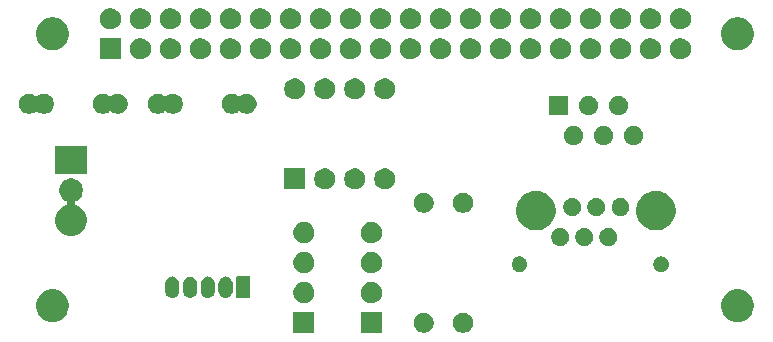
<source format=gbr>
G04 #@! TF.GenerationSoftware,KiCad,Pcbnew,5.1.5+dfsg1-2build2*
G04 #@! TF.CreationDate,2021-06-01T14:02:20+02:00*
G04 #@! TF.ProjectId,DNMS-RPI-HAT-V1.0,444e4d53-2d52-4504-992d-4841542d5631,1.0*
G04 #@! TF.SameCoordinates,Original*
G04 #@! TF.FileFunction,Soldermask,Bot*
G04 #@! TF.FilePolarity,Negative*
%FSLAX46Y46*%
G04 Gerber Fmt 4.6, Leading zero omitted, Abs format (unit mm)*
G04 Created by KiCad (PCBNEW 5.1.5+dfsg1-2build2) date 2021-06-01 14:02:20*
%MOMM*%
%LPD*%
G04 APERTURE LIST*
%ADD10C,0.100000*%
G04 APERTURE END LIST*
D10*
G36*
X148923040Y-119922240D02*
G01*
X147121040Y-119922240D01*
X147121040Y-118120240D01*
X148923040Y-118120240D01*
X148923040Y-119922240D01*
G37*
G36*
X143213120Y-119922240D02*
G01*
X141411120Y-119922240D01*
X141411120Y-118120240D01*
X143213120Y-118120240D01*
X143213120Y-119922240D01*
G37*
G36*
X152705108Y-118210563D02*
G01*
X152859980Y-118274713D01*
X152999361Y-118367845D01*
X153117895Y-118486379D01*
X153211027Y-118625760D01*
X153275177Y-118780632D01*
X153307880Y-118945044D01*
X153307880Y-119112676D01*
X153275177Y-119277088D01*
X153211027Y-119431960D01*
X153117895Y-119571341D01*
X152999361Y-119689875D01*
X152859980Y-119783007D01*
X152705108Y-119847157D01*
X152540696Y-119879860D01*
X152373064Y-119879860D01*
X152208652Y-119847157D01*
X152053780Y-119783007D01*
X151914399Y-119689875D01*
X151795865Y-119571341D01*
X151702733Y-119431960D01*
X151638583Y-119277088D01*
X151605880Y-119112676D01*
X151605880Y-118945044D01*
X151638583Y-118780632D01*
X151702733Y-118625760D01*
X151795865Y-118486379D01*
X151914399Y-118367845D01*
X152053780Y-118274713D01*
X152208652Y-118210563D01*
X152373064Y-118177860D01*
X152540696Y-118177860D01*
X152705108Y-118210563D01*
G37*
G36*
X156032508Y-118210563D02*
G01*
X156187380Y-118274713D01*
X156326761Y-118367845D01*
X156445295Y-118486379D01*
X156538427Y-118625760D01*
X156602577Y-118780632D01*
X156635280Y-118945044D01*
X156635280Y-119112676D01*
X156602577Y-119277088D01*
X156538427Y-119431960D01*
X156445295Y-119571341D01*
X156326761Y-119689875D01*
X156187380Y-119783007D01*
X156032508Y-119847157D01*
X155868096Y-119879860D01*
X155700464Y-119879860D01*
X155536052Y-119847157D01*
X155381180Y-119783007D01*
X155241799Y-119689875D01*
X155123265Y-119571341D01*
X155030133Y-119431960D01*
X154965983Y-119277088D01*
X154933280Y-119112676D01*
X154933280Y-118945044D01*
X154965983Y-118780632D01*
X155030133Y-118625760D01*
X155123265Y-118486379D01*
X155241799Y-118367845D01*
X155381180Y-118274713D01*
X155536052Y-118210563D01*
X155700464Y-118177860D01*
X155868096Y-118177860D01*
X156032508Y-118210563D01*
G37*
G36*
X121350433Y-116202893D02*
G01*
X121440657Y-116220839D01*
X121546267Y-116264585D01*
X121695621Y-116326449D01*
X121723802Y-116345279D01*
X121925086Y-116479772D01*
X122120228Y-116674914D01*
X122215761Y-116817890D01*
X122273551Y-116904379D01*
X122379161Y-117159344D01*
X122433000Y-117430012D01*
X122433000Y-117705988D01*
X122379161Y-117976656D01*
X122273551Y-118231621D01*
X122244758Y-118274713D01*
X122120228Y-118461086D01*
X121925086Y-118656228D01*
X121771763Y-118758675D01*
X121695621Y-118809551D01*
X121546267Y-118871415D01*
X121440657Y-118915161D01*
X121350433Y-118933107D01*
X121169988Y-118969000D01*
X120894012Y-118969000D01*
X120713567Y-118933107D01*
X120623343Y-118915161D01*
X120517733Y-118871415D01*
X120368379Y-118809551D01*
X120292237Y-118758675D01*
X120138914Y-118656228D01*
X119943772Y-118461086D01*
X119819242Y-118274713D01*
X119790449Y-118231621D01*
X119684839Y-117976656D01*
X119631000Y-117705988D01*
X119631000Y-117430012D01*
X119684839Y-117159344D01*
X119790449Y-116904379D01*
X119848239Y-116817890D01*
X119943772Y-116674914D01*
X120138914Y-116479772D01*
X120340198Y-116345279D01*
X120368379Y-116326449D01*
X120517733Y-116264585D01*
X120623343Y-116220839D01*
X120713567Y-116202893D01*
X120894012Y-116167000D01*
X121169988Y-116167000D01*
X121350433Y-116202893D01*
G37*
G36*
X179350433Y-116202893D02*
G01*
X179440657Y-116220839D01*
X179546267Y-116264585D01*
X179695621Y-116326449D01*
X179723802Y-116345279D01*
X179925086Y-116479772D01*
X180120228Y-116674914D01*
X180215761Y-116817890D01*
X180273551Y-116904379D01*
X180379161Y-117159344D01*
X180433000Y-117430012D01*
X180433000Y-117705988D01*
X180379161Y-117976656D01*
X180273551Y-118231621D01*
X180244758Y-118274713D01*
X180120228Y-118461086D01*
X179925086Y-118656228D01*
X179771763Y-118758675D01*
X179695621Y-118809551D01*
X179546267Y-118871415D01*
X179440657Y-118915161D01*
X179350433Y-118933107D01*
X179169988Y-118969000D01*
X178894012Y-118969000D01*
X178713567Y-118933107D01*
X178623343Y-118915161D01*
X178517733Y-118871415D01*
X178368379Y-118809551D01*
X178292237Y-118758675D01*
X178138914Y-118656228D01*
X177943772Y-118461086D01*
X177819242Y-118274713D01*
X177790449Y-118231621D01*
X177684839Y-117976656D01*
X177631000Y-117705988D01*
X177631000Y-117430012D01*
X177684839Y-117159344D01*
X177790449Y-116904379D01*
X177848239Y-116817890D01*
X177943772Y-116674914D01*
X178138914Y-116479772D01*
X178340198Y-116345279D01*
X178368379Y-116326449D01*
X178517733Y-116264585D01*
X178623343Y-116220839D01*
X178713567Y-116202893D01*
X178894012Y-116167000D01*
X179169988Y-116167000D01*
X179350433Y-116202893D01*
G37*
G36*
X142425632Y-115585167D02*
G01*
X142574932Y-115614864D01*
X142738904Y-115682784D01*
X142886474Y-115781387D01*
X143011973Y-115906886D01*
X143110576Y-116054456D01*
X143178496Y-116218428D01*
X143213120Y-116392499D01*
X143213120Y-116569981D01*
X143178496Y-116744052D01*
X143110576Y-116908024D01*
X143011973Y-117055594D01*
X142886474Y-117181093D01*
X142738904Y-117279696D01*
X142574932Y-117347616D01*
X142425632Y-117377313D01*
X142400862Y-117382240D01*
X142223378Y-117382240D01*
X142198608Y-117377313D01*
X142049308Y-117347616D01*
X141885336Y-117279696D01*
X141737766Y-117181093D01*
X141612267Y-117055594D01*
X141513664Y-116908024D01*
X141445744Y-116744052D01*
X141411120Y-116569981D01*
X141411120Y-116392499D01*
X141445744Y-116218428D01*
X141513664Y-116054456D01*
X141612267Y-115906886D01*
X141737766Y-115781387D01*
X141885336Y-115682784D01*
X142049308Y-115614864D01*
X142198608Y-115585167D01*
X142223378Y-115580240D01*
X142400862Y-115580240D01*
X142425632Y-115585167D01*
G37*
G36*
X148135552Y-115585167D02*
G01*
X148284852Y-115614864D01*
X148448824Y-115682784D01*
X148596394Y-115781387D01*
X148721893Y-115906886D01*
X148820496Y-116054456D01*
X148888416Y-116218428D01*
X148923040Y-116392499D01*
X148923040Y-116569981D01*
X148888416Y-116744052D01*
X148820496Y-116908024D01*
X148721893Y-117055594D01*
X148596394Y-117181093D01*
X148448824Y-117279696D01*
X148284852Y-117347616D01*
X148135552Y-117377313D01*
X148110782Y-117382240D01*
X147933298Y-117382240D01*
X147908528Y-117377313D01*
X147759228Y-117347616D01*
X147595256Y-117279696D01*
X147447686Y-117181093D01*
X147322187Y-117055594D01*
X147223584Y-116908024D01*
X147155664Y-116744052D01*
X147121040Y-116569981D01*
X147121040Y-116392499D01*
X147155664Y-116218428D01*
X147223584Y-116054456D01*
X147322187Y-115906886D01*
X147447686Y-115781387D01*
X147595256Y-115682784D01*
X147759228Y-115614864D01*
X147908528Y-115585167D01*
X147933298Y-115580240D01*
X148110782Y-115580240D01*
X148135552Y-115585167D01*
G37*
G36*
X135799138Y-115123456D02*
G01*
X135912425Y-115157822D01*
X136016832Y-115213629D01*
X136108347Y-115288733D01*
X136183451Y-115380248D01*
X136239258Y-115484655D01*
X136273624Y-115597942D01*
X136282320Y-115686241D01*
X136282320Y-116345279D01*
X136273624Y-116433578D01*
X136239258Y-116546865D01*
X136183451Y-116651272D01*
X136183450Y-116651273D01*
X136108347Y-116742787D01*
X136033243Y-116804422D01*
X136016831Y-116817891D01*
X135912424Y-116873698D01*
X135799137Y-116908064D01*
X135681320Y-116919667D01*
X135563502Y-116908064D01*
X135450215Y-116873698D01*
X135345808Y-116817891D01*
X135292981Y-116774537D01*
X135254293Y-116742787D01*
X135179190Y-116651272D01*
X135179189Y-116651271D01*
X135123382Y-116546864D01*
X135089016Y-116433577D01*
X135080320Y-116345278D01*
X135080320Y-115686241D01*
X135089016Y-115597942D01*
X135123381Y-115484658D01*
X135179191Y-115380246D01*
X135254294Y-115288733D01*
X135345809Y-115213629D01*
X135450216Y-115157822D01*
X135563503Y-115123456D01*
X135681320Y-115111853D01*
X135799138Y-115123456D01*
G37*
G36*
X134299138Y-115123456D02*
G01*
X134412425Y-115157822D01*
X134516832Y-115213629D01*
X134608347Y-115288733D01*
X134683451Y-115380248D01*
X134739258Y-115484655D01*
X134773624Y-115597942D01*
X134782320Y-115686241D01*
X134782320Y-116345279D01*
X134773624Y-116433578D01*
X134739258Y-116546865D01*
X134683451Y-116651272D01*
X134683450Y-116651273D01*
X134608347Y-116742787D01*
X134533243Y-116804422D01*
X134516831Y-116817891D01*
X134412424Y-116873698D01*
X134299137Y-116908064D01*
X134181320Y-116919667D01*
X134063502Y-116908064D01*
X133950215Y-116873698D01*
X133845808Y-116817891D01*
X133792981Y-116774537D01*
X133754293Y-116742787D01*
X133679190Y-116651272D01*
X133679189Y-116651271D01*
X133623382Y-116546864D01*
X133589016Y-116433577D01*
X133580320Y-116345278D01*
X133580320Y-115686241D01*
X133589016Y-115597942D01*
X133623381Y-115484658D01*
X133679191Y-115380246D01*
X133754294Y-115288733D01*
X133845809Y-115213629D01*
X133950216Y-115157822D01*
X134063503Y-115123456D01*
X134181320Y-115111853D01*
X134299138Y-115123456D01*
G37*
G36*
X132799138Y-115123456D02*
G01*
X132912425Y-115157822D01*
X133016832Y-115213629D01*
X133108347Y-115288733D01*
X133183451Y-115380248D01*
X133239258Y-115484655D01*
X133273624Y-115597942D01*
X133282320Y-115686241D01*
X133282320Y-116345279D01*
X133273624Y-116433578D01*
X133239258Y-116546865D01*
X133183451Y-116651272D01*
X133183450Y-116651273D01*
X133108347Y-116742787D01*
X133033243Y-116804422D01*
X133016831Y-116817891D01*
X132912424Y-116873698D01*
X132799137Y-116908064D01*
X132681320Y-116919667D01*
X132563502Y-116908064D01*
X132450215Y-116873698D01*
X132345808Y-116817891D01*
X132292981Y-116774537D01*
X132254293Y-116742787D01*
X132179190Y-116651272D01*
X132179189Y-116651271D01*
X132123382Y-116546864D01*
X132089016Y-116433577D01*
X132080320Y-116345278D01*
X132080320Y-115686241D01*
X132089016Y-115597942D01*
X132123381Y-115484658D01*
X132179191Y-115380246D01*
X132254294Y-115288733D01*
X132345809Y-115213629D01*
X132450216Y-115157822D01*
X132563503Y-115123456D01*
X132681320Y-115111853D01*
X132799138Y-115123456D01*
G37*
G36*
X131299138Y-115123456D02*
G01*
X131412425Y-115157822D01*
X131516832Y-115213629D01*
X131608347Y-115288733D01*
X131683451Y-115380248D01*
X131739258Y-115484655D01*
X131773624Y-115597942D01*
X131782320Y-115686241D01*
X131782320Y-116345279D01*
X131773624Y-116433578D01*
X131739258Y-116546865D01*
X131683451Y-116651272D01*
X131683450Y-116651273D01*
X131608347Y-116742787D01*
X131533243Y-116804422D01*
X131516831Y-116817891D01*
X131412424Y-116873698D01*
X131299137Y-116908064D01*
X131181320Y-116919667D01*
X131063502Y-116908064D01*
X130950215Y-116873698D01*
X130845808Y-116817891D01*
X130792981Y-116774537D01*
X130754293Y-116742787D01*
X130679190Y-116651272D01*
X130679189Y-116651271D01*
X130623382Y-116546864D01*
X130589016Y-116433577D01*
X130580320Y-116345278D01*
X130580320Y-115686241D01*
X130589016Y-115597942D01*
X130623381Y-115484658D01*
X130679191Y-115380246D01*
X130754294Y-115288733D01*
X130845809Y-115213629D01*
X130950216Y-115157822D01*
X131063503Y-115123456D01*
X131181320Y-115111853D01*
X131299138Y-115123456D01*
G37*
G36*
X137711011Y-115117052D02*
G01*
X137727490Y-115122051D01*
X137742677Y-115130169D01*
X137755988Y-115141092D01*
X137766911Y-115154403D01*
X137775029Y-115169590D01*
X137780028Y-115186069D01*
X137782320Y-115209342D01*
X137782320Y-116822178D01*
X137780028Y-116845451D01*
X137775029Y-116861930D01*
X137766911Y-116877117D01*
X137755988Y-116890428D01*
X137742677Y-116901351D01*
X137727490Y-116909469D01*
X137711011Y-116914468D01*
X137687738Y-116916760D01*
X136674902Y-116916760D01*
X136651629Y-116914468D01*
X136635150Y-116909469D01*
X136619963Y-116901351D01*
X136606652Y-116890428D01*
X136595729Y-116877117D01*
X136587611Y-116861930D01*
X136582612Y-116845451D01*
X136580320Y-116822178D01*
X136580320Y-115209342D01*
X136582612Y-115186069D01*
X136587611Y-115169590D01*
X136595729Y-115154403D01*
X136606652Y-115141092D01*
X136619963Y-115130169D01*
X136635150Y-115122051D01*
X136651629Y-115117052D01*
X136674902Y-115114760D01*
X137687738Y-115114760D01*
X137711011Y-115117052D01*
G37*
G36*
X148135552Y-113045167D02*
G01*
X148284852Y-113074864D01*
X148448824Y-113142784D01*
X148596394Y-113241387D01*
X148721893Y-113366886D01*
X148820496Y-113514456D01*
X148888416Y-113678428D01*
X148923040Y-113852499D01*
X148923040Y-114029981D01*
X148888416Y-114204052D01*
X148820496Y-114368024D01*
X148721893Y-114515594D01*
X148596394Y-114641093D01*
X148448824Y-114739696D01*
X148284852Y-114807616D01*
X148135552Y-114837313D01*
X148110782Y-114842240D01*
X147933298Y-114842240D01*
X147908528Y-114837313D01*
X147759228Y-114807616D01*
X147595256Y-114739696D01*
X147447686Y-114641093D01*
X147322187Y-114515594D01*
X147223584Y-114368024D01*
X147155664Y-114204052D01*
X147121040Y-114029981D01*
X147121040Y-113852499D01*
X147155664Y-113678428D01*
X147223584Y-113514456D01*
X147322187Y-113366886D01*
X147447686Y-113241387D01*
X147595256Y-113142784D01*
X147759228Y-113074864D01*
X147908528Y-113045167D01*
X147933298Y-113040240D01*
X148110782Y-113040240D01*
X148135552Y-113045167D01*
G37*
G36*
X142425632Y-113045167D02*
G01*
X142574932Y-113074864D01*
X142738904Y-113142784D01*
X142886474Y-113241387D01*
X143011973Y-113366886D01*
X143110576Y-113514456D01*
X143178496Y-113678428D01*
X143213120Y-113852499D01*
X143213120Y-114029981D01*
X143178496Y-114204052D01*
X143110576Y-114368024D01*
X143011973Y-114515594D01*
X142886474Y-114641093D01*
X142738904Y-114739696D01*
X142574932Y-114807616D01*
X142425632Y-114837313D01*
X142400862Y-114842240D01*
X142223378Y-114842240D01*
X142198608Y-114837313D01*
X142049308Y-114807616D01*
X141885336Y-114739696D01*
X141737766Y-114641093D01*
X141612267Y-114515594D01*
X141513664Y-114368024D01*
X141445744Y-114204052D01*
X141411120Y-114029981D01*
X141411120Y-113852499D01*
X141445744Y-113678428D01*
X141513664Y-113514456D01*
X141612267Y-113366886D01*
X141737766Y-113241387D01*
X141885336Y-113142784D01*
X142049308Y-113074864D01*
X142198608Y-113045167D01*
X142223378Y-113040240D01*
X142400862Y-113040240D01*
X142425632Y-113045167D01*
G37*
G36*
X172751390Y-113446577D02*
G01*
X172869864Y-113495651D01*
X172976488Y-113566895D01*
X173067165Y-113657572D01*
X173081101Y-113678428D01*
X173138410Y-113764198D01*
X173187483Y-113882670D01*
X173212500Y-114008441D01*
X173212500Y-114136679D01*
X173187483Y-114262450D01*
X173143753Y-114368024D01*
X173138409Y-114380924D01*
X173067165Y-114487548D01*
X172976488Y-114578225D01*
X172869864Y-114649469D01*
X172869863Y-114649470D01*
X172869862Y-114649470D01*
X172751390Y-114698543D01*
X172625619Y-114723560D01*
X172497381Y-114723560D01*
X172371610Y-114698543D01*
X172253138Y-114649470D01*
X172253137Y-114649470D01*
X172253136Y-114649469D01*
X172146512Y-114578225D01*
X172055835Y-114487548D01*
X171984591Y-114380924D01*
X171979248Y-114368024D01*
X171935517Y-114262450D01*
X171910500Y-114136679D01*
X171910500Y-114008441D01*
X171935517Y-113882670D01*
X171984590Y-113764198D01*
X172041900Y-113678428D01*
X172055835Y-113657572D01*
X172146512Y-113566895D01*
X172253136Y-113495651D01*
X172371610Y-113446577D01*
X172497381Y-113421560D01*
X172625619Y-113421560D01*
X172751390Y-113446577D01*
G37*
G36*
X160751390Y-113446577D02*
G01*
X160869864Y-113495651D01*
X160976488Y-113566895D01*
X161067165Y-113657572D01*
X161081101Y-113678428D01*
X161138410Y-113764198D01*
X161187483Y-113882670D01*
X161212500Y-114008441D01*
X161212500Y-114136679D01*
X161187483Y-114262450D01*
X161143753Y-114368024D01*
X161138409Y-114380924D01*
X161067165Y-114487548D01*
X160976488Y-114578225D01*
X160869864Y-114649469D01*
X160869863Y-114649470D01*
X160869862Y-114649470D01*
X160751390Y-114698543D01*
X160625619Y-114723560D01*
X160497381Y-114723560D01*
X160371610Y-114698543D01*
X160253138Y-114649470D01*
X160253137Y-114649470D01*
X160253136Y-114649469D01*
X160146512Y-114578225D01*
X160055835Y-114487548D01*
X159984591Y-114380924D01*
X159979248Y-114368024D01*
X159935517Y-114262450D01*
X159910500Y-114136679D01*
X159910500Y-114008441D01*
X159935517Y-113882670D01*
X159984590Y-113764198D01*
X160041900Y-113678428D01*
X160055835Y-113657572D01*
X160146512Y-113566895D01*
X160253136Y-113495651D01*
X160371610Y-113446577D01*
X160497381Y-113421560D01*
X160625619Y-113421560D01*
X160751390Y-113446577D01*
G37*
G36*
X164123334Y-111029092D02*
G01*
X164230559Y-111050420D01*
X164367232Y-111107032D01*
X164490235Y-111189220D01*
X164594840Y-111293825D01*
X164677028Y-111416828D01*
X164677029Y-111416830D01*
X164727485Y-111538641D01*
X164733640Y-111553501D01*
X164762500Y-111698593D01*
X164762500Y-111846527D01*
X164733640Y-111991619D01*
X164677028Y-112128292D01*
X164594840Y-112251295D01*
X164490235Y-112355900D01*
X164367232Y-112438088D01*
X164367231Y-112438089D01*
X164367230Y-112438089D01*
X164230559Y-112494700D01*
X164085468Y-112523560D01*
X163937532Y-112523560D01*
X163792441Y-112494700D01*
X163655770Y-112438089D01*
X163655769Y-112438089D01*
X163655768Y-112438088D01*
X163532765Y-112355900D01*
X163428160Y-112251295D01*
X163345972Y-112128292D01*
X163289360Y-111991619D01*
X163260500Y-111846527D01*
X163260500Y-111698593D01*
X163289360Y-111553501D01*
X163295515Y-111538641D01*
X163345971Y-111416830D01*
X163345972Y-111416828D01*
X163428160Y-111293825D01*
X163532765Y-111189220D01*
X163655768Y-111107032D01*
X163792441Y-111050420D01*
X163899666Y-111029092D01*
X163937532Y-111021560D01*
X164085468Y-111021560D01*
X164123334Y-111029092D01*
G37*
G36*
X168203334Y-111029092D02*
G01*
X168310559Y-111050420D01*
X168447232Y-111107032D01*
X168570235Y-111189220D01*
X168674840Y-111293825D01*
X168757028Y-111416828D01*
X168757029Y-111416830D01*
X168807485Y-111538641D01*
X168813640Y-111553501D01*
X168842500Y-111698593D01*
X168842500Y-111846527D01*
X168813640Y-111991619D01*
X168757028Y-112128292D01*
X168674840Y-112251295D01*
X168570235Y-112355900D01*
X168447232Y-112438088D01*
X168447231Y-112438089D01*
X168447230Y-112438089D01*
X168310559Y-112494700D01*
X168165468Y-112523560D01*
X168017532Y-112523560D01*
X167872441Y-112494700D01*
X167735770Y-112438089D01*
X167735769Y-112438089D01*
X167735768Y-112438088D01*
X167612765Y-112355900D01*
X167508160Y-112251295D01*
X167425972Y-112128292D01*
X167369360Y-111991619D01*
X167340500Y-111846527D01*
X167340500Y-111698593D01*
X167369360Y-111553501D01*
X167375515Y-111538641D01*
X167425971Y-111416830D01*
X167425972Y-111416828D01*
X167508160Y-111293825D01*
X167612765Y-111189220D01*
X167735768Y-111107032D01*
X167872441Y-111050420D01*
X167979666Y-111029092D01*
X168017532Y-111021560D01*
X168165468Y-111021560D01*
X168203334Y-111029092D01*
G37*
G36*
X166163334Y-111029092D02*
G01*
X166270559Y-111050420D01*
X166407232Y-111107032D01*
X166530235Y-111189220D01*
X166634840Y-111293825D01*
X166717028Y-111416828D01*
X166717029Y-111416830D01*
X166767485Y-111538641D01*
X166773640Y-111553501D01*
X166802500Y-111698593D01*
X166802500Y-111846527D01*
X166773640Y-111991619D01*
X166717028Y-112128292D01*
X166634840Y-112251295D01*
X166530235Y-112355900D01*
X166407232Y-112438088D01*
X166407231Y-112438089D01*
X166407230Y-112438089D01*
X166270559Y-112494700D01*
X166125468Y-112523560D01*
X165977532Y-112523560D01*
X165832441Y-112494700D01*
X165695770Y-112438089D01*
X165695769Y-112438089D01*
X165695768Y-112438088D01*
X165572765Y-112355900D01*
X165468160Y-112251295D01*
X165385972Y-112128292D01*
X165329360Y-111991619D01*
X165300500Y-111846527D01*
X165300500Y-111698593D01*
X165329360Y-111553501D01*
X165335515Y-111538641D01*
X165385971Y-111416830D01*
X165385972Y-111416828D01*
X165468160Y-111293825D01*
X165572765Y-111189220D01*
X165695768Y-111107032D01*
X165832441Y-111050420D01*
X165939666Y-111029092D01*
X165977532Y-111021560D01*
X166125468Y-111021560D01*
X166163334Y-111029092D01*
G37*
G36*
X142425632Y-110505167D02*
G01*
X142574932Y-110534864D01*
X142738904Y-110602784D01*
X142886474Y-110701387D01*
X143011973Y-110826886D01*
X143110576Y-110974456D01*
X143178496Y-111138428D01*
X143213120Y-111312499D01*
X143213120Y-111489981D01*
X143178496Y-111664052D01*
X143110576Y-111828024D01*
X143011973Y-111975594D01*
X142886474Y-112101093D01*
X142738904Y-112199696D01*
X142574932Y-112267616D01*
X142425632Y-112297313D01*
X142400862Y-112302240D01*
X142223378Y-112302240D01*
X142198608Y-112297313D01*
X142049308Y-112267616D01*
X141885336Y-112199696D01*
X141737766Y-112101093D01*
X141612267Y-111975594D01*
X141513664Y-111828024D01*
X141445744Y-111664052D01*
X141411120Y-111489981D01*
X141411120Y-111312499D01*
X141445744Y-111138428D01*
X141513664Y-110974456D01*
X141612267Y-110826886D01*
X141737766Y-110701387D01*
X141885336Y-110602784D01*
X142049308Y-110534864D01*
X142198608Y-110505167D01*
X142223378Y-110500240D01*
X142400862Y-110500240D01*
X142425632Y-110505167D01*
G37*
G36*
X148135552Y-110505167D02*
G01*
X148284852Y-110534864D01*
X148448824Y-110602784D01*
X148596394Y-110701387D01*
X148721893Y-110826886D01*
X148820496Y-110974456D01*
X148888416Y-111138428D01*
X148923040Y-111312499D01*
X148923040Y-111489981D01*
X148888416Y-111664052D01*
X148820496Y-111828024D01*
X148721893Y-111975594D01*
X148596394Y-112101093D01*
X148448824Y-112199696D01*
X148284852Y-112267616D01*
X148135552Y-112297313D01*
X148110782Y-112302240D01*
X147933298Y-112302240D01*
X147908528Y-112297313D01*
X147759228Y-112267616D01*
X147595256Y-112199696D01*
X147447686Y-112101093D01*
X147322187Y-111975594D01*
X147223584Y-111828024D01*
X147155664Y-111664052D01*
X147121040Y-111489981D01*
X147121040Y-111312499D01*
X147155664Y-111138428D01*
X147223584Y-110974456D01*
X147322187Y-110826886D01*
X147447686Y-110701387D01*
X147595256Y-110602784D01*
X147759228Y-110534864D01*
X147908528Y-110505167D01*
X147933298Y-110500240D01*
X148110782Y-110500240D01*
X148135552Y-110505167D01*
G37*
G36*
X122794465Y-106819634D02*
G01*
X122891161Y-106838868D01*
X123073331Y-106914326D01*
X123237280Y-107023873D01*
X123376707Y-107163300D01*
X123486254Y-107327249D01*
X123561712Y-107509419D01*
X123567713Y-107539589D01*
X123600180Y-107702809D01*
X123600180Y-107899991D01*
X123561712Y-108093381D01*
X123486254Y-108275551D01*
X123376707Y-108439500D01*
X123237280Y-108578927D01*
X123174865Y-108620631D01*
X123073330Y-108688475D01*
X123021264Y-108710041D01*
X122977340Y-108728235D01*
X122955734Y-108739784D01*
X122936792Y-108755329D01*
X122921246Y-108774271D01*
X122909695Y-108795882D01*
X122902582Y-108819331D01*
X122900180Y-108843717D01*
X122900180Y-108921221D01*
X122902582Y-108945607D01*
X122909695Y-108969056D01*
X122921246Y-108990667D01*
X122936791Y-109009609D01*
X122955733Y-109025154D01*
X122977344Y-109036705D01*
X122986148Y-109039376D01*
X122993249Y-109042318D01*
X122993252Y-109042318D01*
X123239119Y-109144159D01*
X123350508Y-109218587D01*
X123460391Y-109292009D01*
X123648571Y-109480189D01*
X123796422Y-109701463D01*
X123898262Y-109947328D01*
X123950180Y-110208337D01*
X123950180Y-110474463D01*
X123898262Y-110735472D01*
X123796422Y-110981337D01*
X123657519Y-111189220D01*
X123648570Y-111202612D01*
X123460392Y-111390790D01*
X123239119Y-111538641D01*
X123239118Y-111538642D01*
X123239117Y-111538642D01*
X122993252Y-111640482D01*
X122732243Y-111692400D01*
X122466117Y-111692400D01*
X122205108Y-111640482D01*
X121959243Y-111538642D01*
X121959242Y-111538642D01*
X121959241Y-111538641D01*
X121737968Y-111390790D01*
X121549790Y-111202612D01*
X121540842Y-111189220D01*
X121401938Y-110981337D01*
X121300098Y-110735472D01*
X121248180Y-110474463D01*
X121248180Y-110208337D01*
X121300098Y-109947328D01*
X121401938Y-109701463D01*
X121549789Y-109480189D01*
X121737969Y-109292009D01*
X121847852Y-109218587D01*
X121959241Y-109144159D01*
X121959243Y-109144158D01*
X122212212Y-109039375D01*
X122221019Y-109036704D01*
X122242630Y-109025152D01*
X122261571Y-109009606D01*
X122277116Y-108990664D01*
X122288666Y-108969053D01*
X122295779Y-108945604D01*
X122298180Y-108921221D01*
X122298180Y-108843717D01*
X122295778Y-108819331D01*
X122288665Y-108795882D01*
X122277114Y-108774271D01*
X122261569Y-108755329D01*
X122242627Y-108739784D01*
X122221020Y-108728235D01*
X122177096Y-108710041D01*
X122125030Y-108688475D01*
X122023495Y-108620631D01*
X121961080Y-108578927D01*
X121821653Y-108439500D01*
X121712106Y-108275551D01*
X121636648Y-108093381D01*
X121617414Y-107996685D01*
X121598180Y-107899991D01*
X121598180Y-107702809D01*
X121630647Y-107539589D01*
X121636648Y-107509419D01*
X121712106Y-107327249D01*
X121821653Y-107163300D01*
X121961080Y-107023873D01*
X122125029Y-106914326D01*
X122307199Y-106838868D01*
X122403895Y-106819634D01*
X122500589Y-106800400D01*
X122697771Y-106800400D01*
X122794465Y-106819634D01*
G37*
G36*
X162283260Y-107899990D02*
G01*
X162445431Y-107932248D01*
X162750443Y-108058588D01*
X163024947Y-108242006D01*
X163258394Y-108475453D01*
X163441812Y-108749957D01*
X163568152Y-109054969D01*
X163585893Y-109144158D01*
X163632560Y-109378767D01*
X163632560Y-109708913D01*
X163568152Y-110032711D01*
X163441812Y-110337723D01*
X163258394Y-110612227D01*
X163024947Y-110845674D01*
X162750443Y-111029092D01*
X162445431Y-111155432D01*
X162121633Y-111219840D01*
X161791487Y-111219840D01*
X161467689Y-111155432D01*
X161162677Y-111029092D01*
X160888173Y-110845674D01*
X160654726Y-110612227D01*
X160471308Y-110337723D01*
X160344968Y-110032711D01*
X160280560Y-109708913D01*
X160280560Y-109378767D01*
X160327227Y-109144158D01*
X160344968Y-109054969D01*
X160471308Y-108749957D01*
X160654726Y-108475453D01*
X160888173Y-108242006D01*
X161162677Y-108058588D01*
X161467689Y-107932248D01*
X161629860Y-107899990D01*
X161791487Y-107867840D01*
X162121633Y-107867840D01*
X162283260Y-107899990D01*
G37*
G36*
X172443260Y-107899990D02*
G01*
X172605431Y-107932248D01*
X172910443Y-108058588D01*
X173184947Y-108242006D01*
X173418394Y-108475453D01*
X173601812Y-108749957D01*
X173728152Y-109054969D01*
X173745893Y-109144158D01*
X173792560Y-109378767D01*
X173792560Y-109708913D01*
X173728152Y-110032711D01*
X173601812Y-110337723D01*
X173418394Y-110612227D01*
X173184947Y-110845674D01*
X172910443Y-111029092D01*
X172605431Y-111155432D01*
X172281633Y-111219840D01*
X171951487Y-111219840D01*
X171627689Y-111155432D01*
X171322677Y-111029092D01*
X171048173Y-110845674D01*
X170814726Y-110612227D01*
X170631308Y-110337723D01*
X170504968Y-110032711D01*
X170440560Y-109708913D01*
X170440560Y-109378767D01*
X170487227Y-109144158D01*
X170504968Y-109054969D01*
X170631308Y-108749957D01*
X170814726Y-108475453D01*
X171048173Y-108242006D01*
X171322677Y-108058588D01*
X171627689Y-107932248D01*
X171789860Y-107899990D01*
X171951487Y-107867840D01*
X172281633Y-107867840D01*
X172443260Y-107899990D01*
G37*
G36*
X165250559Y-108510420D02*
G01*
X165387232Y-108567032D01*
X165510235Y-108649220D01*
X165614840Y-108753825D01*
X165697028Y-108876828D01*
X165753640Y-109013501D01*
X165782500Y-109158593D01*
X165782500Y-109306527D01*
X165753640Y-109451619D01*
X165697028Y-109588292D01*
X165614840Y-109711295D01*
X165510235Y-109815900D01*
X165387232Y-109898088D01*
X165387231Y-109898089D01*
X165387230Y-109898089D01*
X165250559Y-109954700D01*
X165105468Y-109983560D01*
X164957532Y-109983560D01*
X164812441Y-109954700D01*
X164675770Y-109898089D01*
X164675769Y-109898089D01*
X164675768Y-109898088D01*
X164552765Y-109815900D01*
X164448160Y-109711295D01*
X164365972Y-109588292D01*
X164309360Y-109451619D01*
X164280500Y-109306527D01*
X164280500Y-109158593D01*
X164309360Y-109013501D01*
X164365972Y-108876828D01*
X164448160Y-108753825D01*
X164552765Y-108649220D01*
X164675768Y-108567032D01*
X164812441Y-108510420D01*
X164957532Y-108481560D01*
X165105468Y-108481560D01*
X165250559Y-108510420D01*
G37*
G36*
X167290559Y-108510420D02*
G01*
X167427232Y-108567032D01*
X167550235Y-108649220D01*
X167654840Y-108753825D01*
X167737028Y-108876828D01*
X167793640Y-109013501D01*
X167822500Y-109158593D01*
X167822500Y-109306527D01*
X167793640Y-109451619D01*
X167737028Y-109588292D01*
X167654840Y-109711295D01*
X167550235Y-109815900D01*
X167427232Y-109898088D01*
X167427231Y-109898089D01*
X167427230Y-109898089D01*
X167290559Y-109954700D01*
X167145468Y-109983560D01*
X166997532Y-109983560D01*
X166852441Y-109954700D01*
X166715770Y-109898089D01*
X166715769Y-109898089D01*
X166715768Y-109898088D01*
X166592765Y-109815900D01*
X166488160Y-109711295D01*
X166405972Y-109588292D01*
X166349360Y-109451619D01*
X166320500Y-109306527D01*
X166320500Y-109158593D01*
X166349360Y-109013501D01*
X166405972Y-108876828D01*
X166488160Y-108753825D01*
X166592765Y-108649220D01*
X166715768Y-108567032D01*
X166852441Y-108510420D01*
X166997532Y-108481560D01*
X167145468Y-108481560D01*
X167290559Y-108510420D01*
G37*
G36*
X169330559Y-108510420D02*
G01*
X169467232Y-108567032D01*
X169590235Y-108649220D01*
X169694840Y-108753825D01*
X169777028Y-108876828D01*
X169833640Y-109013501D01*
X169862500Y-109158593D01*
X169862500Y-109306527D01*
X169833640Y-109451619D01*
X169777028Y-109588292D01*
X169694840Y-109711295D01*
X169590235Y-109815900D01*
X169467232Y-109898088D01*
X169467231Y-109898089D01*
X169467230Y-109898089D01*
X169330559Y-109954700D01*
X169185468Y-109983560D01*
X169037532Y-109983560D01*
X168892441Y-109954700D01*
X168755770Y-109898089D01*
X168755769Y-109898089D01*
X168755768Y-109898088D01*
X168632765Y-109815900D01*
X168528160Y-109711295D01*
X168445972Y-109588292D01*
X168389360Y-109451619D01*
X168360500Y-109306527D01*
X168360500Y-109158593D01*
X168389360Y-109013501D01*
X168445972Y-108876828D01*
X168528160Y-108753825D01*
X168632765Y-108649220D01*
X168755768Y-108567032D01*
X168892441Y-108510420D01*
X169037532Y-108481560D01*
X169185468Y-108481560D01*
X169330559Y-108510420D01*
G37*
G36*
X156032508Y-108050563D02*
G01*
X156187380Y-108114713D01*
X156326761Y-108207845D01*
X156445295Y-108326379D01*
X156538427Y-108465760D01*
X156602577Y-108620632D01*
X156635280Y-108785044D01*
X156635280Y-108952676D01*
X156602577Y-109117088D01*
X156538427Y-109271960D01*
X156445295Y-109411341D01*
X156326761Y-109529875D01*
X156187380Y-109623007D01*
X156032508Y-109687157D01*
X155868096Y-109719860D01*
X155700464Y-109719860D01*
X155536052Y-109687157D01*
X155381180Y-109623007D01*
X155241799Y-109529875D01*
X155123265Y-109411341D01*
X155030133Y-109271960D01*
X154965983Y-109117088D01*
X154933280Y-108952676D01*
X154933280Y-108785044D01*
X154965983Y-108620632D01*
X155030133Y-108465760D01*
X155123265Y-108326379D01*
X155241799Y-108207845D01*
X155381180Y-108114713D01*
X155536052Y-108050563D01*
X155700464Y-108017860D01*
X155868096Y-108017860D01*
X156032508Y-108050563D01*
G37*
G36*
X152705108Y-108050563D02*
G01*
X152859980Y-108114713D01*
X152999361Y-108207845D01*
X153117895Y-108326379D01*
X153211027Y-108465760D01*
X153275177Y-108620632D01*
X153307880Y-108785044D01*
X153307880Y-108952676D01*
X153275177Y-109117088D01*
X153211027Y-109271960D01*
X153117895Y-109411341D01*
X152999361Y-109529875D01*
X152859980Y-109623007D01*
X152705108Y-109687157D01*
X152540696Y-109719860D01*
X152373064Y-109719860D01*
X152208652Y-109687157D01*
X152053780Y-109623007D01*
X151914399Y-109529875D01*
X151795865Y-109411341D01*
X151702733Y-109271960D01*
X151638583Y-109117088D01*
X151605880Y-108952676D01*
X151605880Y-108785044D01*
X151638583Y-108620632D01*
X151702733Y-108465760D01*
X151795865Y-108326379D01*
X151914399Y-108207845D01*
X152053780Y-108114713D01*
X152208652Y-108050563D01*
X152373064Y-108017860D01*
X152540696Y-108017860D01*
X152705108Y-108050563D01*
G37*
G36*
X142421540Y-107738100D02*
G01*
X140643140Y-107738100D01*
X140643140Y-105959700D01*
X142421540Y-105959700D01*
X142421540Y-107738100D01*
G37*
G36*
X149411709Y-105993871D02*
G01*
X149573535Y-106060902D01*
X149719169Y-106158211D01*
X149843029Y-106282071D01*
X149940338Y-106427705D01*
X150007369Y-106589531D01*
X150041540Y-106761320D01*
X150041540Y-106936480D01*
X150007369Y-107108269D01*
X149940338Y-107270095D01*
X149843029Y-107415729D01*
X149719169Y-107539589D01*
X149573535Y-107636898D01*
X149411709Y-107703929D01*
X149239920Y-107738100D01*
X149064760Y-107738100D01*
X148892971Y-107703929D01*
X148731145Y-107636898D01*
X148585511Y-107539589D01*
X148461651Y-107415729D01*
X148364342Y-107270095D01*
X148297311Y-107108269D01*
X148263140Y-106936480D01*
X148263140Y-106761320D01*
X148297311Y-106589531D01*
X148364342Y-106427705D01*
X148461651Y-106282071D01*
X148585511Y-106158211D01*
X148731145Y-106060902D01*
X148892971Y-105993871D01*
X149064760Y-105959700D01*
X149239920Y-105959700D01*
X149411709Y-105993871D01*
G37*
G36*
X146871709Y-105993871D02*
G01*
X147033535Y-106060902D01*
X147179169Y-106158211D01*
X147303029Y-106282071D01*
X147400338Y-106427705D01*
X147467369Y-106589531D01*
X147501540Y-106761320D01*
X147501540Y-106936480D01*
X147467369Y-107108269D01*
X147400338Y-107270095D01*
X147303029Y-107415729D01*
X147179169Y-107539589D01*
X147033535Y-107636898D01*
X146871709Y-107703929D01*
X146699920Y-107738100D01*
X146524760Y-107738100D01*
X146352971Y-107703929D01*
X146191145Y-107636898D01*
X146045511Y-107539589D01*
X145921651Y-107415729D01*
X145824342Y-107270095D01*
X145757311Y-107108269D01*
X145723140Y-106936480D01*
X145723140Y-106761320D01*
X145757311Y-106589531D01*
X145824342Y-106427705D01*
X145921651Y-106282071D01*
X146045511Y-106158211D01*
X146191145Y-106060902D01*
X146352971Y-105993871D01*
X146524760Y-105959700D01*
X146699920Y-105959700D01*
X146871709Y-105993871D01*
G37*
G36*
X144331709Y-105993871D02*
G01*
X144493535Y-106060902D01*
X144639169Y-106158211D01*
X144763029Y-106282071D01*
X144860338Y-106427705D01*
X144927369Y-106589531D01*
X144961540Y-106761320D01*
X144961540Y-106936480D01*
X144927369Y-107108269D01*
X144860338Y-107270095D01*
X144763029Y-107415729D01*
X144639169Y-107539589D01*
X144493535Y-107636898D01*
X144331709Y-107703929D01*
X144159920Y-107738100D01*
X143984760Y-107738100D01*
X143812971Y-107703929D01*
X143651145Y-107636898D01*
X143505511Y-107539589D01*
X143381651Y-107415729D01*
X143284342Y-107270095D01*
X143217311Y-107108269D01*
X143183140Y-106936480D01*
X143183140Y-106761320D01*
X143217311Y-106589531D01*
X143284342Y-106427705D01*
X143381651Y-106282071D01*
X143505511Y-106158211D01*
X143651145Y-106060902D01*
X143812971Y-105993871D01*
X143984760Y-105959700D01*
X144159920Y-105959700D01*
X144331709Y-105993871D01*
G37*
G36*
X123950180Y-106412400D02*
G01*
X121248180Y-106412400D01*
X121248180Y-104110400D01*
X123950180Y-104110400D01*
X123950180Y-106412400D01*
G37*
G36*
X165373120Y-102414006D02*
G01*
X165520713Y-102475141D01*
X165653542Y-102563895D01*
X165766505Y-102676858D01*
X165855259Y-102809687D01*
X165916394Y-102957280D01*
X165947560Y-103113963D01*
X165947560Y-103273717D01*
X165916394Y-103430400D01*
X165855259Y-103577993D01*
X165766505Y-103710822D01*
X165653542Y-103823785D01*
X165520713Y-103912539D01*
X165520712Y-103912540D01*
X165520711Y-103912540D01*
X165373120Y-103973674D01*
X165216438Y-104004840D01*
X165056682Y-104004840D01*
X164900000Y-103973674D01*
X164752409Y-103912540D01*
X164752408Y-103912540D01*
X164752407Y-103912539D01*
X164619578Y-103823785D01*
X164506615Y-103710822D01*
X164417861Y-103577993D01*
X164356726Y-103430400D01*
X164325560Y-103273717D01*
X164325560Y-103113963D01*
X164356726Y-102957280D01*
X164417861Y-102809687D01*
X164506615Y-102676858D01*
X164619578Y-102563895D01*
X164752407Y-102475141D01*
X164900000Y-102414006D01*
X165056682Y-102382840D01*
X165216438Y-102382840D01*
X165373120Y-102414006D01*
G37*
G36*
X170453120Y-102414006D02*
G01*
X170600713Y-102475141D01*
X170733542Y-102563895D01*
X170846505Y-102676858D01*
X170935259Y-102809687D01*
X170996394Y-102957280D01*
X171027560Y-103113963D01*
X171027560Y-103273717D01*
X170996394Y-103430400D01*
X170935259Y-103577993D01*
X170846505Y-103710822D01*
X170733542Y-103823785D01*
X170600713Y-103912539D01*
X170600712Y-103912540D01*
X170600711Y-103912540D01*
X170453120Y-103973674D01*
X170296438Y-104004840D01*
X170136682Y-104004840D01*
X169980000Y-103973674D01*
X169832409Y-103912540D01*
X169832408Y-103912540D01*
X169832407Y-103912539D01*
X169699578Y-103823785D01*
X169586615Y-103710822D01*
X169497861Y-103577993D01*
X169436726Y-103430400D01*
X169405560Y-103273717D01*
X169405560Y-103113963D01*
X169436726Y-102957280D01*
X169497861Y-102809687D01*
X169586615Y-102676858D01*
X169699578Y-102563895D01*
X169832407Y-102475141D01*
X169980000Y-102414006D01*
X170136682Y-102382840D01*
X170296438Y-102382840D01*
X170453120Y-102414006D01*
G37*
G36*
X167913120Y-102414006D02*
G01*
X168060713Y-102475141D01*
X168193542Y-102563895D01*
X168306505Y-102676858D01*
X168395259Y-102809687D01*
X168456394Y-102957280D01*
X168487560Y-103113963D01*
X168487560Y-103273717D01*
X168456394Y-103430400D01*
X168395259Y-103577993D01*
X168306505Y-103710822D01*
X168193542Y-103823785D01*
X168060713Y-103912539D01*
X168060712Y-103912540D01*
X168060711Y-103912540D01*
X167913120Y-103973674D01*
X167756438Y-104004840D01*
X167596682Y-104004840D01*
X167440000Y-103973674D01*
X167292409Y-103912540D01*
X167292408Y-103912540D01*
X167292407Y-103912539D01*
X167159578Y-103823785D01*
X167046615Y-103710822D01*
X166957861Y-103577993D01*
X166896726Y-103430400D01*
X166865560Y-103273717D01*
X166865560Y-103113963D01*
X166896726Y-102957280D01*
X166957861Y-102809687D01*
X167046615Y-102676858D01*
X167159578Y-102563895D01*
X167292407Y-102475141D01*
X167440000Y-102414006D01*
X167596682Y-102382840D01*
X167756438Y-102382840D01*
X167913120Y-102414006D01*
G37*
G36*
X169105005Y-99858468D02*
G01*
X169183120Y-99874006D01*
X169330713Y-99935141D01*
X169453070Y-100016898D01*
X169463542Y-100023895D01*
X169576505Y-100136858D01*
X169665260Y-100269689D01*
X169726394Y-100417280D01*
X169757560Y-100573962D01*
X169757560Y-100733718D01*
X169726394Y-100890400D01*
X169668065Y-101031220D01*
X169665259Y-101037993D01*
X169576505Y-101170822D01*
X169463542Y-101283785D01*
X169330713Y-101372539D01*
X169330712Y-101372540D01*
X169330711Y-101372540D01*
X169183120Y-101433674D01*
X169026438Y-101464840D01*
X168866682Y-101464840D01*
X168710000Y-101433674D01*
X168562409Y-101372540D01*
X168562408Y-101372540D01*
X168562407Y-101372539D01*
X168429578Y-101283785D01*
X168316615Y-101170822D01*
X168227861Y-101037993D01*
X168225056Y-101031220D01*
X168166726Y-100890400D01*
X168135560Y-100733718D01*
X168135560Y-100573962D01*
X168166726Y-100417280D01*
X168227860Y-100269689D01*
X168316615Y-100136858D01*
X168429578Y-100023895D01*
X168440050Y-100016898D01*
X168562407Y-99935141D01*
X168710000Y-99874006D01*
X168788115Y-99858468D01*
X168866682Y-99842840D01*
X169026438Y-99842840D01*
X169105005Y-99858468D01*
G37*
G36*
X166565005Y-99858468D02*
G01*
X166643120Y-99874006D01*
X166790713Y-99935141D01*
X166913070Y-100016898D01*
X166923542Y-100023895D01*
X167036505Y-100136858D01*
X167125260Y-100269689D01*
X167186394Y-100417280D01*
X167217560Y-100573962D01*
X167217560Y-100733718D01*
X167186394Y-100890400D01*
X167128065Y-101031220D01*
X167125259Y-101037993D01*
X167036505Y-101170822D01*
X166923542Y-101283785D01*
X166790713Y-101372539D01*
X166790712Y-101372540D01*
X166790711Y-101372540D01*
X166643120Y-101433674D01*
X166486438Y-101464840D01*
X166326682Y-101464840D01*
X166170000Y-101433674D01*
X166022409Y-101372540D01*
X166022408Y-101372540D01*
X166022407Y-101372539D01*
X165889578Y-101283785D01*
X165776615Y-101170822D01*
X165687861Y-101037993D01*
X165685056Y-101031220D01*
X165626726Y-100890400D01*
X165595560Y-100733718D01*
X165595560Y-100573962D01*
X165626726Y-100417280D01*
X165687860Y-100269689D01*
X165776615Y-100136858D01*
X165889578Y-100023895D01*
X165900050Y-100016898D01*
X166022407Y-99935141D01*
X166170000Y-99874006D01*
X166248115Y-99858468D01*
X166326682Y-99842840D01*
X166486438Y-99842840D01*
X166565005Y-99858468D01*
G37*
G36*
X164677560Y-101464840D02*
G01*
X163055560Y-101464840D01*
X163055560Y-99842840D01*
X164677560Y-99842840D01*
X164677560Y-101464840D01*
G37*
G36*
X136458948Y-99670443D02*
G01*
X136613820Y-99734593D01*
X136753201Y-99827725D01*
X136753205Y-99827729D01*
X136760100Y-99832336D01*
X136766274Y-99837402D01*
X136787885Y-99848953D01*
X136811334Y-99856066D01*
X136835720Y-99858468D01*
X136860106Y-99856066D01*
X136883555Y-99848953D01*
X136905166Y-99837402D01*
X136911340Y-99832336D01*
X136918235Y-99827729D01*
X136918239Y-99827725D01*
X137057620Y-99734593D01*
X137212492Y-99670443D01*
X137376904Y-99637740D01*
X137544536Y-99637740D01*
X137708948Y-99670443D01*
X137863820Y-99734593D01*
X138003201Y-99827725D01*
X138121735Y-99946259D01*
X138214867Y-100085640D01*
X138279017Y-100240512D01*
X138311720Y-100404924D01*
X138311720Y-100572556D01*
X138279017Y-100736968D01*
X138214867Y-100891840D01*
X138121735Y-101031221D01*
X138003201Y-101149755D01*
X137863820Y-101242887D01*
X137708948Y-101307037D01*
X137544536Y-101339740D01*
X137376904Y-101339740D01*
X137212492Y-101307037D01*
X137057620Y-101242887D01*
X136918239Y-101149755D01*
X136918235Y-101149751D01*
X136911340Y-101145144D01*
X136905166Y-101140078D01*
X136883555Y-101128527D01*
X136860106Y-101121414D01*
X136835720Y-101119012D01*
X136811334Y-101121414D01*
X136787885Y-101128527D01*
X136766274Y-101140078D01*
X136760100Y-101145144D01*
X136753205Y-101149751D01*
X136753201Y-101149755D01*
X136613820Y-101242887D01*
X136458948Y-101307037D01*
X136294536Y-101339740D01*
X136126904Y-101339740D01*
X135962492Y-101307037D01*
X135807620Y-101242887D01*
X135668239Y-101149755D01*
X135549705Y-101031221D01*
X135456573Y-100891840D01*
X135392423Y-100736968D01*
X135359720Y-100572556D01*
X135359720Y-100404924D01*
X135392423Y-100240512D01*
X135456573Y-100085640D01*
X135549705Y-99946259D01*
X135668239Y-99827725D01*
X135807620Y-99734593D01*
X135962492Y-99670443D01*
X136126904Y-99637740D01*
X136294536Y-99637740D01*
X136458948Y-99670443D01*
G37*
G36*
X130208948Y-99670443D02*
G01*
X130363820Y-99734593D01*
X130503201Y-99827725D01*
X130503205Y-99827729D01*
X130510100Y-99832336D01*
X130516274Y-99837402D01*
X130537885Y-99848953D01*
X130561334Y-99856066D01*
X130585720Y-99858468D01*
X130610106Y-99856066D01*
X130633555Y-99848953D01*
X130655166Y-99837402D01*
X130661340Y-99832336D01*
X130668235Y-99827729D01*
X130668239Y-99827725D01*
X130807620Y-99734593D01*
X130962492Y-99670443D01*
X131126904Y-99637740D01*
X131294536Y-99637740D01*
X131458948Y-99670443D01*
X131613820Y-99734593D01*
X131753201Y-99827725D01*
X131871735Y-99946259D01*
X131964867Y-100085640D01*
X132029017Y-100240512D01*
X132061720Y-100404924D01*
X132061720Y-100572556D01*
X132029017Y-100736968D01*
X131964867Y-100891840D01*
X131871735Y-101031221D01*
X131753201Y-101149755D01*
X131613820Y-101242887D01*
X131458948Y-101307037D01*
X131294536Y-101339740D01*
X131126904Y-101339740D01*
X130962492Y-101307037D01*
X130807620Y-101242887D01*
X130668239Y-101149755D01*
X130668235Y-101149751D01*
X130661340Y-101145144D01*
X130655166Y-101140078D01*
X130633555Y-101128527D01*
X130610106Y-101121414D01*
X130585720Y-101119012D01*
X130561334Y-101121414D01*
X130537885Y-101128527D01*
X130516274Y-101140078D01*
X130510100Y-101145144D01*
X130503205Y-101149751D01*
X130503201Y-101149755D01*
X130363820Y-101242887D01*
X130208948Y-101307037D01*
X130044536Y-101339740D01*
X129876904Y-101339740D01*
X129712492Y-101307037D01*
X129557620Y-101242887D01*
X129418239Y-101149755D01*
X129299705Y-101031221D01*
X129206573Y-100891840D01*
X129142423Y-100736968D01*
X129109720Y-100572556D01*
X129109720Y-100404924D01*
X129142423Y-100240512D01*
X129206573Y-100085640D01*
X129299705Y-99946259D01*
X129418239Y-99827725D01*
X129557620Y-99734593D01*
X129712492Y-99670443D01*
X129876904Y-99637740D01*
X130044536Y-99637740D01*
X130208948Y-99670443D01*
G37*
G36*
X119293948Y-99670443D02*
G01*
X119448820Y-99734593D01*
X119588201Y-99827725D01*
X119588205Y-99827729D01*
X119595100Y-99832336D01*
X119601274Y-99837402D01*
X119622885Y-99848953D01*
X119646334Y-99856066D01*
X119670720Y-99858468D01*
X119695106Y-99856066D01*
X119718555Y-99848953D01*
X119740166Y-99837402D01*
X119746340Y-99832336D01*
X119753235Y-99827729D01*
X119753239Y-99827725D01*
X119892620Y-99734593D01*
X120047492Y-99670443D01*
X120211904Y-99637740D01*
X120379536Y-99637740D01*
X120543948Y-99670443D01*
X120698820Y-99734593D01*
X120838201Y-99827725D01*
X120956735Y-99946259D01*
X121049867Y-100085640D01*
X121114017Y-100240512D01*
X121146720Y-100404924D01*
X121146720Y-100572556D01*
X121114017Y-100736968D01*
X121049867Y-100891840D01*
X120956735Y-101031221D01*
X120838201Y-101149755D01*
X120698820Y-101242887D01*
X120543948Y-101307037D01*
X120379536Y-101339740D01*
X120211904Y-101339740D01*
X120047492Y-101307037D01*
X119892620Y-101242887D01*
X119753239Y-101149755D01*
X119753235Y-101149751D01*
X119746340Y-101145144D01*
X119740166Y-101140078D01*
X119718555Y-101128527D01*
X119695106Y-101121414D01*
X119670720Y-101119012D01*
X119646334Y-101121414D01*
X119622885Y-101128527D01*
X119601274Y-101140078D01*
X119595100Y-101145144D01*
X119588205Y-101149751D01*
X119588201Y-101149755D01*
X119448820Y-101242887D01*
X119293948Y-101307037D01*
X119129536Y-101339740D01*
X118961904Y-101339740D01*
X118797492Y-101307037D01*
X118642620Y-101242887D01*
X118503239Y-101149755D01*
X118384705Y-101031221D01*
X118291573Y-100891840D01*
X118227423Y-100736968D01*
X118194720Y-100572556D01*
X118194720Y-100404924D01*
X118227423Y-100240512D01*
X118291573Y-100085640D01*
X118384705Y-99946259D01*
X118503239Y-99827725D01*
X118642620Y-99734593D01*
X118797492Y-99670443D01*
X118961904Y-99637740D01*
X119129536Y-99637740D01*
X119293948Y-99670443D01*
G37*
G36*
X125543948Y-99670443D02*
G01*
X125698820Y-99734593D01*
X125838201Y-99827725D01*
X125838205Y-99827729D01*
X125845100Y-99832336D01*
X125851274Y-99837402D01*
X125872885Y-99848953D01*
X125896334Y-99856066D01*
X125920720Y-99858468D01*
X125945106Y-99856066D01*
X125968555Y-99848953D01*
X125990166Y-99837402D01*
X125996340Y-99832336D01*
X126003235Y-99827729D01*
X126003239Y-99827725D01*
X126142620Y-99734593D01*
X126297492Y-99670443D01*
X126461904Y-99637740D01*
X126629536Y-99637740D01*
X126793948Y-99670443D01*
X126948820Y-99734593D01*
X127088201Y-99827725D01*
X127206735Y-99946259D01*
X127299867Y-100085640D01*
X127364017Y-100240512D01*
X127396720Y-100404924D01*
X127396720Y-100572556D01*
X127364017Y-100736968D01*
X127299867Y-100891840D01*
X127206735Y-101031221D01*
X127088201Y-101149755D01*
X126948820Y-101242887D01*
X126793948Y-101307037D01*
X126629536Y-101339740D01*
X126461904Y-101339740D01*
X126297492Y-101307037D01*
X126142620Y-101242887D01*
X126003239Y-101149755D01*
X126003235Y-101149751D01*
X125996340Y-101145144D01*
X125990166Y-101140078D01*
X125968555Y-101128527D01*
X125945106Y-101121414D01*
X125920720Y-101119012D01*
X125896334Y-101121414D01*
X125872885Y-101128527D01*
X125851274Y-101140078D01*
X125845100Y-101145144D01*
X125838205Y-101149751D01*
X125838201Y-101149755D01*
X125698820Y-101242887D01*
X125543948Y-101307037D01*
X125379536Y-101339740D01*
X125211904Y-101339740D01*
X125047492Y-101307037D01*
X124892620Y-101242887D01*
X124753239Y-101149755D01*
X124634705Y-101031221D01*
X124541573Y-100891840D01*
X124477423Y-100736968D01*
X124444720Y-100572556D01*
X124444720Y-100404924D01*
X124477423Y-100240512D01*
X124541573Y-100085640D01*
X124634705Y-99946259D01*
X124753239Y-99827725D01*
X124892620Y-99734593D01*
X125047492Y-99670443D01*
X125211904Y-99637740D01*
X125379536Y-99637740D01*
X125543948Y-99670443D01*
G37*
G36*
X149411709Y-98373871D02*
G01*
X149573535Y-98440902D01*
X149719169Y-98538211D01*
X149843029Y-98662071D01*
X149940338Y-98807705D01*
X150007369Y-98969531D01*
X150041540Y-99141320D01*
X150041540Y-99316480D01*
X150007369Y-99488269D01*
X149940338Y-99650095D01*
X149843029Y-99795729D01*
X149719169Y-99919589D01*
X149573535Y-100016898D01*
X149411709Y-100083929D01*
X149239920Y-100118100D01*
X149064760Y-100118100D01*
X148892971Y-100083929D01*
X148731145Y-100016898D01*
X148585511Y-99919589D01*
X148461651Y-99795729D01*
X148364342Y-99650095D01*
X148297311Y-99488269D01*
X148263140Y-99316480D01*
X148263140Y-99141320D01*
X148297311Y-98969531D01*
X148364342Y-98807705D01*
X148461651Y-98662071D01*
X148585511Y-98538211D01*
X148731145Y-98440902D01*
X148892971Y-98373871D01*
X149064760Y-98339700D01*
X149239920Y-98339700D01*
X149411709Y-98373871D01*
G37*
G36*
X146871709Y-98373871D02*
G01*
X147033535Y-98440902D01*
X147179169Y-98538211D01*
X147303029Y-98662071D01*
X147400338Y-98807705D01*
X147467369Y-98969531D01*
X147501540Y-99141320D01*
X147501540Y-99316480D01*
X147467369Y-99488269D01*
X147400338Y-99650095D01*
X147303029Y-99795729D01*
X147179169Y-99919589D01*
X147033535Y-100016898D01*
X146871709Y-100083929D01*
X146699920Y-100118100D01*
X146524760Y-100118100D01*
X146352971Y-100083929D01*
X146191145Y-100016898D01*
X146045511Y-99919589D01*
X145921651Y-99795729D01*
X145824342Y-99650095D01*
X145757311Y-99488269D01*
X145723140Y-99316480D01*
X145723140Y-99141320D01*
X145757311Y-98969531D01*
X145824342Y-98807705D01*
X145921651Y-98662071D01*
X146045511Y-98538211D01*
X146191145Y-98440902D01*
X146352971Y-98373871D01*
X146524760Y-98339700D01*
X146699920Y-98339700D01*
X146871709Y-98373871D01*
G37*
G36*
X144331709Y-98373871D02*
G01*
X144493535Y-98440902D01*
X144639169Y-98538211D01*
X144763029Y-98662071D01*
X144860338Y-98807705D01*
X144927369Y-98969531D01*
X144961540Y-99141320D01*
X144961540Y-99316480D01*
X144927369Y-99488269D01*
X144860338Y-99650095D01*
X144763029Y-99795729D01*
X144639169Y-99919589D01*
X144493535Y-100016898D01*
X144331709Y-100083929D01*
X144159920Y-100118100D01*
X143984760Y-100118100D01*
X143812971Y-100083929D01*
X143651145Y-100016898D01*
X143505511Y-99919589D01*
X143381651Y-99795729D01*
X143284342Y-99650095D01*
X143217311Y-99488269D01*
X143183140Y-99316480D01*
X143183140Y-99141320D01*
X143217311Y-98969531D01*
X143284342Y-98807705D01*
X143381651Y-98662071D01*
X143505511Y-98538211D01*
X143651145Y-98440902D01*
X143812971Y-98373871D01*
X143984760Y-98339700D01*
X144159920Y-98339700D01*
X144331709Y-98373871D01*
G37*
G36*
X141791709Y-98373871D02*
G01*
X141953535Y-98440902D01*
X142099169Y-98538211D01*
X142223029Y-98662071D01*
X142320338Y-98807705D01*
X142387369Y-98969531D01*
X142421540Y-99141320D01*
X142421540Y-99316480D01*
X142387369Y-99488269D01*
X142320338Y-99650095D01*
X142223029Y-99795729D01*
X142099169Y-99919589D01*
X141953535Y-100016898D01*
X141791709Y-100083929D01*
X141619920Y-100118100D01*
X141444760Y-100118100D01*
X141272971Y-100083929D01*
X141111145Y-100016898D01*
X140965511Y-99919589D01*
X140841651Y-99795729D01*
X140744342Y-99650095D01*
X140677311Y-99488269D01*
X140643140Y-99316480D01*
X140643140Y-99141320D01*
X140677311Y-98969531D01*
X140744342Y-98807705D01*
X140841651Y-98662071D01*
X140965511Y-98538211D01*
X141111145Y-98440902D01*
X141272971Y-98373871D01*
X141444760Y-98339700D01*
X141619920Y-98339700D01*
X141791709Y-98373871D01*
G37*
G36*
X161597712Y-94941927D02*
G01*
X161747012Y-94971624D01*
X161910984Y-95039544D01*
X162058554Y-95138147D01*
X162184053Y-95263646D01*
X162282656Y-95411216D01*
X162350576Y-95575188D01*
X162385200Y-95749259D01*
X162385200Y-95926741D01*
X162350576Y-96100812D01*
X162282656Y-96264784D01*
X162184053Y-96412354D01*
X162058554Y-96537853D01*
X161910984Y-96636456D01*
X161747012Y-96704376D01*
X161597712Y-96734073D01*
X161572942Y-96739000D01*
X161395458Y-96739000D01*
X161370688Y-96734073D01*
X161221388Y-96704376D01*
X161057416Y-96636456D01*
X160909846Y-96537853D01*
X160784347Y-96412354D01*
X160685744Y-96264784D01*
X160617824Y-96100812D01*
X160583200Y-95926741D01*
X160583200Y-95749259D01*
X160617824Y-95575188D01*
X160685744Y-95411216D01*
X160784347Y-95263646D01*
X160909846Y-95138147D01*
X161057416Y-95039544D01*
X161221388Y-94971624D01*
X161370688Y-94941927D01*
X161395458Y-94937000D01*
X161572942Y-94937000D01*
X161597712Y-94941927D01*
G37*
G36*
X171757712Y-94941927D02*
G01*
X171907012Y-94971624D01*
X172070984Y-95039544D01*
X172218554Y-95138147D01*
X172344053Y-95263646D01*
X172442656Y-95411216D01*
X172510576Y-95575188D01*
X172545200Y-95749259D01*
X172545200Y-95926741D01*
X172510576Y-96100812D01*
X172442656Y-96264784D01*
X172344053Y-96412354D01*
X172218554Y-96537853D01*
X172070984Y-96636456D01*
X171907012Y-96704376D01*
X171757712Y-96734073D01*
X171732942Y-96739000D01*
X171555458Y-96739000D01*
X171530688Y-96734073D01*
X171381388Y-96704376D01*
X171217416Y-96636456D01*
X171069846Y-96537853D01*
X170944347Y-96412354D01*
X170845744Y-96264784D01*
X170777824Y-96100812D01*
X170743200Y-95926741D01*
X170743200Y-95749259D01*
X170777824Y-95575188D01*
X170845744Y-95411216D01*
X170944347Y-95263646D01*
X171069846Y-95138147D01*
X171217416Y-95039544D01*
X171381388Y-94971624D01*
X171530688Y-94941927D01*
X171555458Y-94937000D01*
X171732942Y-94937000D01*
X171757712Y-94941927D01*
G37*
G36*
X169217712Y-94941927D02*
G01*
X169367012Y-94971624D01*
X169530984Y-95039544D01*
X169678554Y-95138147D01*
X169804053Y-95263646D01*
X169902656Y-95411216D01*
X169970576Y-95575188D01*
X170005200Y-95749259D01*
X170005200Y-95926741D01*
X169970576Y-96100812D01*
X169902656Y-96264784D01*
X169804053Y-96412354D01*
X169678554Y-96537853D01*
X169530984Y-96636456D01*
X169367012Y-96704376D01*
X169217712Y-96734073D01*
X169192942Y-96739000D01*
X169015458Y-96739000D01*
X168990688Y-96734073D01*
X168841388Y-96704376D01*
X168677416Y-96636456D01*
X168529846Y-96537853D01*
X168404347Y-96412354D01*
X168305744Y-96264784D01*
X168237824Y-96100812D01*
X168203200Y-95926741D01*
X168203200Y-95749259D01*
X168237824Y-95575188D01*
X168305744Y-95411216D01*
X168404347Y-95263646D01*
X168529846Y-95138147D01*
X168677416Y-95039544D01*
X168841388Y-94971624D01*
X168990688Y-94941927D01*
X169015458Y-94937000D01*
X169192942Y-94937000D01*
X169217712Y-94941927D01*
G37*
G36*
X166677712Y-94941927D02*
G01*
X166827012Y-94971624D01*
X166990984Y-95039544D01*
X167138554Y-95138147D01*
X167264053Y-95263646D01*
X167362656Y-95411216D01*
X167430576Y-95575188D01*
X167465200Y-95749259D01*
X167465200Y-95926741D01*
X167430576Y-96100812D01*
X167362656Y-96264784D01*
X167264053Y-96412354D01*
X167138554Y-96537853D01*
X166990984Y-96636456D01*
X166827012Y-96704376D01*
X166677712Y-96734073D01*
X166652942Y-96739000D01*
X166475458Y-96739000D01*
X166450688Y-96734073D01*
X166301388Y-96704376D01*
X166137416Y-96636456D01*
X165989846Y-96537853D01*
X165864347Y-96412354D01*
X165765744Y-96264784D01*
X165697824Y-96100812D01*
X165663200Y-95926741D01*
X165663200Y-95749259D01*
X165697824Y-95575188D01*
X165765744Y-95411216D01*
X165864347Y-95263646D01*
X165989846Y-95138147D01*
X166137416Y-95039544D01*
X166301388Y-94971624D01*
X166450688Y-94941927D01*
X166475458Y-94937000D01*
X166652942Y-94937000D01*
X166677712Y-94941927D01*
G37*
G36*
X164137712Y-94941927D02*
G01*
X164287012Y-94971624D01*
X164450984Y-95039544D01*
X164598554Y-95138147D01*
X164724053Y-95263646D01*
X164822656Y-95411216D01*
X164890576Y-95575188D01*
X164925200Y-95749259D01*
X164925200Y-95926741D01*
X164890576Y-96100812D01*
X164822656Y-96264784D01*
X164724053Y-96412354D01*
X164598554Y-96537853D01*
X164450984Y-96636456D01*
X164287012Y-96704376D01*
X164137712Y-96734073D01*
X164112942Y-96739000D01*
X163935458Y-96739000D01*
X163910688Y-96734073D01*
X163761388Y-96704376D01*
X163597416Y-96636456D01*
X163449846Y-96537853D01*
X163324347Y-96412354D01*
X163225744Y-96264784D01*
X163157824Y-96100812D01*
X163123200Y-95926741D01*
X163123200Y-95749259D01*
X163157824Y-95575188D01*
X163225744Y-95411216D01*
X163324347Y-95263646D01*
X163449846Y-95138147D01*
X163597416Y-95039544D01*
X163761388Y-94971624D01*
X163910688Y-94941927D01*
X163935458Y-94937000D01*
X164112942Y-94937000D01*
X164137712Y-94941927D01*
G37*
G36*
X159057712Y-94941927D02*
G01*
X159207012Y-94971624D01*
X159370984Y-95039544D01*
X159518554Y-95138147D01*
X159644053Y-95263646D01*
X159742656Y-95411216D01*
X159810576Y-95575188D01*
X159845200Y-95749259D01*
X159845200Y-95926741D01*
X159810576Y-96100812D01*
X159742656Y-96264784D01*
X159644053Y-96412354D01*
X159518554Y-96537853D01*
X159370984Y-96636456D01*
X159207012Y-96704376D01*
X159057712Y-96734073D01*
X159032942Y-96739000D01*
X158855458Y-96739000D01*
X158830688Y-96734073D01*
X158681388Y-96704376D01*
X158517416Y-96636456D01*
X158369846Y-96537853D01*
X158244347Y-96412354D01*
X158145744Y-96264784D01*
X158077824Y-96100812D01*
X158043200Y-95926741D01*
X158043200Y-95749259D01*
X158077824Y-95575188D01*
X158145744Y-95411216D01*
X158244347Y-95263646D01*
X158369846Y-95138147D01*
X158517416Y-95039544D01*
X158681388Y-94971624D01*
X158830688Y-94941927D01*
X158855458Y-94937000D01*
X159032942Y-94937000D01*
X159057712Y-94941927D01*
G37*
G36*
X156517712Y-94941927D02*
G01*
X156667012Y-94971624D01*
X156830984Y-95039544D01*
X156978554Y-95138147D01*
X157104053Y-95263646D01*
X157202656Y-95411216D01*
X157270576Y-95575188D01*
X157305200Y-95749259D01*
X157305200Y-95926741D01*
X157270576Y-96100812D01*
X157202656Y-96264784D01*
X157104053Y-96412354D01*
X156978554Y-96537853D01*
X156830984Y-96636456D01*
X156667012Y-96704376D01*
X156517712Y-96734073D01*
X156492942Y-96739000D01*
X156315458Y-96739000D01*
X156290688Y-96734073D01*
X156141388Y-96704376D01*
X155977416Y-96636456D01*
X155829846Y-96537853D01*
X155704347Y-96412354D01*
X155605744Y-96264784D01*
X155537824Y-96100812D01*
X155503200Y-95926741D01*
X155503200Y-95749259D01*
X155537824Y-95575188D01*
X155605744Y-95411216D01*
X155704347Y-95263646D01*
X155829846Y-95138147D01*
X155977416Y-95039544D01*
X156141388Y-94971624D01*
X156290688Y-94941927D01*
X156315458Y-94937000D01*
X156492942Y-94937000D01*
X156517712Y-94941927D01*
G37*
G36*
X153977712Y-94941927D02*
G01*
X154127012Y-94971624D01*
X154290984Y-95039544D01*
X154438554Y-95138147D01*
X154564053Y-95263646D01*
X154662656Y-95411216D01*
X154730576Y-95575188D01*
X154765200Y-95749259D01*
X154765200Y-95926741D01*
X154730576Y-96100812D01*
X154662656Y-96264784D01*
X154564053Y-96412354D01*
X154438554Y-96537853D01*
X154290984Y-96636456D01*
X154127012Y-96704376D01*
X153977712Y-96734073D01*
X153952942Y-96739000D01*
X153775458Y-96739000D01*
X153750688Y-96734073D01*
X153601388Y-96704376D01*
X153437416Y-96636456D01*
X153289846Y-96537853D01*
X153164347Y-96412354D01*
X153065744Y-96264784D01*
X152997824Y-96100812D01*
X152963200Y-95926741D01*
X152963200Y-95749259D01*
X152997824Y-95575188D01*
X153065744Y-95411216D01*
X153164347Y-95263646D01*
X153289846Y-95138147D01*
X153437416Y-95039544D01*
X153601388Y-94971624D01*
X153750688Y-94941927D01*
X153775458Y-94937000D01*
X153952942Y-94937000D01*
X153977712Y-94941927D01*
G37*
G36*
X151437712Y-94941927D02*
G01*
X151587012Y-94971624D01*
X151750984Y-95039544D01*
X151898554Y-95138147D01*
X152024053Y-95263646D01*
X152122656Y-95411216D01*
X152190576Y-95575188D01*
X152225200Y-95749259D01*
X152225200Y-95926741D01*
X152190576Y-96100812D01*
X152122656Y-96264784D01*
X152024053Y-96412354D01*
X151898554Y-96537853D01*
X151750984Y-96636456D01*
X151587012Y-96704376D01*
X151437712Y-96734073D01*
X151412942Y-96739000D01*
X151235458Y-96739000D01*
X151210688Y-96734073D01*
X151061388Y-96704376D01*
X150897416Y-96636456D01*
X150749846Y-96537853D01*
X150624347Y-96412354D01*
X150525744Y-96264784D01*
X150457824Y-96100812D01*
X150423200Y-95926741D01*
X150423200Y-95749259D01*
X150457824Y-95575188D01*
X150525744Y-95411216D01*
X150624347Y-95263646D01*
X150749846Y-95138147D01*
X150897416Y-95039544D01*
X151061388Y-94971624D01*
X151210688Y-94941927D01*
X151235458Y-94937000D01*
X151412942Y-94937000D01*
X151437712Y-94941927D01*
G37*
G36*
X148897712Y-94941927D02*
G01*
X149047012Y-94971624D01*
X149210984Y-95039544D01*
X149358554Y-95138147D01*
X149484053Y-95263646D01*
X149582656Y-95411216D01*
X149650576Y-95575188D01*
X149685200Y-95749259D01*
X149685200Y-95926741D01*
X149650576Y-96100812D01*
X149582656Y-96264784D01*
X149484053Y-96412354D01*
X149358554Y-96537853D01*
X149210984Y-96636456D01*
X149047012Y-96704376D01*
X148897712Y-96734073D01*
X148872942Y-96739000D01*
X148695458Y-96739000D01*
X148670688Y-96734073D01*
X148521388Y-96704376D01*
X148357416Y-96636456D01*
X148209846Y-96537853D01*
X148084347Y-96412354D01*
X147985744Y-96264784D01*
X147917824Y-96100812D01*
X147883200Y-95926741D01*
X147883200Y-95749259D01*
X147917824Y-95575188D01*
X147985744Y-95411216D01*
X148084347Y-95263646D01*
X148209846Y-95138147D01*
X148357416Y-95039544D01*
X148521388Y-94971624D01*
X148670688Y-94941927D01*
X148695458Y-94937000D01*
X148872942Y-94937000D01*
X148897712Y-94941927D01*
G37*
G36*
X143817712Y-94941927D02*
G01*
X143967012Y-94971624D01*
X144130984Y-95039544D01*
X144278554Y-95138147D01*
X144404053Y-95263646D01*
X144502656Y-95411216D01*
X144570576Y-95575188D01*
X144605200Y-95749259D01*
X144605200Y-95926741D01*
X144570576Y-96100812D01*
X144502656Y-96264784D01*
X144404053Y-96412354D01*
X144278554Y-96537853D01*
X144130984Y-96636456D01*
X143967012Y-96704376D01*
X143817712Y-96734073D01*
X143792942Y-96739000D01*
X143615458Y-96739000D01*
X143590688Y-96734073D01*
X143441388Y-96704376D01*
X143277416Y-96636456D01*
X143129846Y-96537853D01*
X143004347Y-96412354D01*
X142905744Y-96264784D01*
X142837824Y-96100812D01*
X142803200Y-95926741D01*
X142803200Y-95749259D01*
X142837824Y-95575188D01*
X142905744Y-95411216D01*
X143004347Y-95263646D01*
X143129846Y-95138147D01*
X143277416Y-95039544D01*
X143441388Y-94971624D01*
X143590688Y-94941927D01*
X143615458Y-94937000D01*
X143792942Y-94937000D01*
X143817712Y-94941927D01*
G37*
G36*
X146357712Y-94941927D02*
G01*
X146507012Y-94971624D01*
X146670984Y-95039544D01*
X146818554Y-95138147D01*
X146944053Y-95263646D01*
X147042656Y-95411216D01*
X147110576Y-95575188D01*
X147145200Y-95749259D01*
X147145200Y-95926741D01*
X147110576Y-96100812D01*
X147042656Y-96264784D01*
X146944053Y-96412354D01*
X146818554Y-96537853D01*
X146670984Y-96636456D01*
X146507012Y-96704376D01*
X146357712Y-96734073D01*
X146332942Y-96739000D01*
X146155458Y-96739000D01*
X146130688Y-96734073D01*
X145981388Y-96704376D01*
X145817416Y-96636456D01*
X145669846Y-96537853D01*
X145544347Y-96412354D01*
X145445744Y-96264784D01*
X145377824Y-96100812D01*
X145343200Y-95926741D01*
X145343200Y-95749259D01*
X145377824Y-95575188D01*
X145445744Y-95411216D01*
X145544347Y-95263646D01*
X145669846Y-95138147D01*
X145817416Y-95039544D01*
X145981388Y-94971624D01*
X146130688Y-94941927D01*
X146155458Y-94937000D01*
X146332942Y-94937000D01*
X146357712Y-94941927D01*
G37*
G36*
X126825200Y-96739000D02*
G01*
X125023200Y-96739000D01*
X125023200Y-94937000D01*
X126825200Y-94937000D01*
X126825200Y-96739000D01*
G37*
G36*
X128577712Y-94941927D02*
G01*
X128727012Y-94971624D01*
X128890984Y-95039544D01*
X129038554Y-95138147D01*
X129164053Y-95263646D01*
X129262656Y-95411216D01*
X129330576Y-95575188D01*
X129365200Y-95749259D01*
X129365200Y-95926741D01*
X129330576Y-96100812D01*
X129262656Y-96264784D01*
X129164053Y-96412354D01*
X129038554Y-96537853D01*
X128890984Y-96636456D01*
X128727012Y-96704376D01*
X128577712Y-96734073D01*
X128552942Y-96739000D01*
X128375458Y-96739000D01*
X128350688Y-96734073D01*
X128201388Y-96704376D01*
X128037416Y-96636456D01*
X127889846Y-96537853D01*
X127764347Y-96412354D01*
X127665744Y-96264784D01*
X127597824Y-96100812D01*
X127563200Y-95926741D01*
X127563200Y-95749259D01*
X127597824Y-95575188D01*
X127665744Y-95411216D01*
X127764347Y-95263646D01*
X127889846Y-95138147D01*
X128037416Y-95039544D01*
X128201388Y-94971624D01*
X128350688Y-94941927D01*
X128375458Y-94937000D01*
X128552942Y-94937000D01*
X128577712Y-94941927D01*
G37*
G36*
X133657712Y-94941927D02*
G01*
X133807012Y-94971624D01*
X133970984Y-95039544D01*
X134118554Y-95138147D01*
X134244053Y-95263646D01*
X134342656Y-95411216D01*
X134410576Y-95575188D01*
X134445200Y-95749259D01*
X134445200Y-95926741D01*
X134410576Y-96100812D01*
X134342656Y-96264784D01*
X134244053Y-96412354D01*
X134118554Y-96537853D01*
X133970984Y-96636456D01*
X133807012Y-96704376D01*
X133657712Y-96734073D01*
X133632942Y-96739000D01*
X133455458Y-96739000D01*
X133430688Y-96734073D01*
X133281388Y-96704376D01*
X133117416Y-96636456D01*
X132969846Y-96537853D01*
X132844347Y-96412354D01*
X132745744Y-96264784D01*
X132677824Y-96100812D01*
X132643200Y-95926741D01*
X132643200Y-95749259D01*
X132677824Y-95575188D01*
X132745744Y-95411216D01*
X132844347Y-95263646D01*
X132969846Y-95138147D01*
X133117416Y-95039544D01*
X133281388Y-94971624D01*
X133430688Y-94941927D01*
X133455458Y-94937000D01*
X133632942Y-94937000D01*
X133657712Y-94941927D01*
G37*
G36*
X136197712Y-94941927D02*
G01*
X136347012Y-94971624D01*
X136510984Y-95039544D01*
X136658554Y-95138147D01*
X136784053Y-95263646D01*
X136882656Y-95411216D01*
X136950576Y-95575188D01*
X136985200Y-95749259D01*
X136985200Y-95926741D01*
X136950576Y-96100812D01*
X136882656Y-96264784D01*
X136784053Y-96412354D01*
X136658554Y-96537853D01*
X136510984Y-96636456D01*
X136347012Y-96704376D01*
X136197712Y-96734073D01*
X136172942Y-96739000D01*
X135995458Y-96739000D01*
X135970688Y-96734073D01*
X135821388Y-96704376D01*
X135657416Y-96636456D01*
X135509846Y-96537853D01*
X135384347Y-96412354D01*
X135285744Y-96264784D01*
X135217824Y-96100812D01*
X135183200Y-95926741D01*
X135183200Y-95749259D01*
X135217824Y-95575188D01*
X135285744Y-95411216D01*
X135384347Y-95263646D01*
X135509846Y-95138147D01*
X135657416Y-95039544D01*
X135821388Y-94971624D01*
X135970688Y-94941927D01*
X135995458Y-94937000D01*
X136172942Y-94937000D01*
X136197712Y-94941927D01*
G37*
G36*
X138737712Y-94941927D02*
G01*
X138887012Y-94971624D01*
X139050984Y-95039544D01*
X139198554Y-95138147D01*
X139324053Y-95263646D01*
X139422656Y-95411216D01*
X139490576Y-95575188D01*
X139525200Y-95749259D01*
X139525200Y-95926741D01*
X139490576Y-96100812D01*
X139422656Y-96264784D01*
X139324053Y-96412354D01*
X139198554Y-96537853D01*
X139050984Y-96636456D01*
X138887012Y-96704376D01*
X138737712Y-96734073D01*
X138712942Y-96739000D01*
X138535458Y-96739000D01*
X138510688Y-96734073D01*
X138361388Y-96704376D01*
X138197416Y-96636456D01*
X138049846Y-96537853D01*
X137924347Y-96412354D01*
X137825744Y-96264784D01*
X137757824Y-96100812D01*
X137723200Y-95926741D01*
X137723200Y-95749259D01*
X137757824Y-95575188D01*
X137825744Y-95411216D01*
X137924347Y-95263646D01*
X138049846Y-95138147D01*
X138197416Y-95039544D01*
X138361388Y-94971624D01*
X138510688Y-94941927D01*
X138535458Y-94937000D01*
X138712942Y-94937000D01*
X138737712Y-94941927D01*
G37*
G36*
X141277712Y-94941927D02*
G01*
X141427012Y-94971624D01*
X141590984Y-95039544D01*
X141738554Y-95138147D01*
X141864053Y-95263646D01*
X141962656Y-95411216D01*
X142030576Y-95575188D01*
X142065200Y-95749259D01*
X142065200Y-95926741D01*
X142030576Y-96100812D01*
X141962656Y-96264784D01*
X141864053Y-96412354D01*
X141738554Y-96537853D01*
X141590984Y-96636456D01*
X141427012Y-96704376D01*
X141277712Y-96734073D01*
X141252942Y-96739000D01*
X141075458Y-96739000D01*
X141050688Y-96734073D01*
X140901388Y-96704376D01*
X140737416Y-96636456D01*
X140589846Y-96537853D01*
X140464347Y-96412354D01*
X140365744Y-96264784D01*
X140297824Y-96100812D01*
X140263200Y-95926741D01*
X140263200Y-95749259D01*
X140297824Y-95575188D01*
X140365744Y-95411216D01*
X140464347Y-95263646D01*
X140589846Y-95138147D01*
X140737416Y-95039544D01*
X140901388Y-94971624D01*
X141050688Y-94941927D01*
X141075458Y-94937000D01*
X141252942Y-94937000D01*
X141277712Y-94941927D01*
G37*
G36*
X131117712Y-94941927D02*
G01*
X131267012Y-94971624D01*
X131430984Y-95039544D01*
X131578554Y-95138147D01*
X131704053Y-95263646D01*
X131802656Y-95411216D01*
X131870576Y-95575188D01*
X131905200Y-95749259D01*
X131905200Y-95926741D01*
X131870576Y-96100812D01*
X131802656Y-96264784D01*
X131704053Y-96412354D01*
X131578554Y-96537853D01*
X131430984Y-96636456D01*
X131267012Y-96704376D01*
X131117712Y-96734073D01*
X131092942Y-96739000D01*
X130915458Y-96739000D01*
X130890688Y-96734073D01*
X130741388Y-96704376D01*
X130577416Y-96636456D01*
X130429846Y-96537853D01*
X130304347Y-96412354D01*
X130205744Y-96264784D01*
X130137824Y-96100812D01*
X130103200Y-95926741D01*
X130103200Y-95749259D01*
X130137824Y-95575188D01*
X130205744Y-95411216D01*
X130304347Y-95263646D01*
X130429846Y-95138147D01*
X130577416Y-95039544D01*
X130741388Y-94971624D01*
X130890688Y-94941927D01*
X130915458Y-94937000D01*
X131092942Y-94937000D01*
X131117712Y-94941927D01*
G37*
G36*
X174297712Y-94941927D02*
G01*
X174447012Y-94971624D01*
X174610984Y-95039544D01*
X174758554Y-95138147D01*
X174884053Y-95263646D01*
X174982656Y-95411216D01*
X175050576Y-95575188D01*
X175085200Y-95749259D01*
X175085200Y-95926741D01*
X175050576Y-96100812D01*
X174982656Y-96264784D01*
X174884053Y-96412354D01*
X174758554Y-96537853D01*
X174610984Y-96636456D01*
X174447012Y-96704376D01*
X174297712Y-96734073D01*
X174272942Y-96739000D01*
X174095458Y-96739000D01*
X174070688Y-96734073D01*
X173921388Y-96704376D01*
X173757416Y-96636456D01*
X173609846Y-96537853D01*
X173484347Y-96412354D01*
X173385744Y-96264784D01*
X173317824Y-96100812D01*
X173283200Y-95926741D01*
X173283200Y-95749259D01*
X173317824Y-95575188D01*
X173385744Y-95411216D01*
X173484347Y-95263646D01*
X173609846Y-95138147D01*
X173757416Y-95039544D01*
X173921388Y-94971624D01*
X174070688Y-94941927D01*
X174095458Y-94937000D01*
X174272942Y-94937000D01*
X174297712Y-94941927D01*
G37*
G36*
X179350433Y-93202893D02*
G01*
X179440657Y-93220839D01*
X179546267Y-93264585D01*
X179695621Y-93326449D01*
X179695622Y-93326450D01*
X179925086Y-93479772D01*
X180120228Y-93674914D01*
X180222675Y-93828237D01*
X180273551Y-93904379D01*
X180379161Y-94159344D01*
X180433000Y-94430012D01*
X180433000Y-94705988D01*
X180379161Y-94976656D01*
X180273551Y-95231621D01*
X180252152Y-95263647D01*
X180120228Y-95461086D01*
X179925086Y-95656228D01*
X179785856Y-95749258D01*
X179695621Y-95809551D01*
X179546267Y-95871415D01*
X179440657Y-95915161D01*
X179350433Y-95933107D01*
X179169988Y-95969000D01*
X178894012Y-95969000D01*
X178713567Y-95933107D01*
X178623343Y-95915161D01*
X178517733Y-95871415D01*
X178368379Y-95809551D01*
X178278144Y-95749258D01*
X178138914Y-95656228D01*
X177943772Y-95461086D01*
X177811848Y-95263647D01*
X177790449Y-95231621D01*
X177684839Y-94976656D01*
X177631000Y-94705988D01*
X177631000Y-94430012D01*
X177684839Y-94159344D01*
X177790449Y-93904379D01*
X177841325Y-93828237D01*
X177943772Y-93674914D01*
X178138914Y-93479772D01*
X178368378Y-93326450D01*
X178368379Y-93326449D01*
X178517733Y-93264585D01*
X178623343Y-93220839D01*
X178713567Y-93202893D01*
X178894012Y-93167000D01*
X179169988Y-93167000D01*
X179350433Y-93202893D01*
G37*
G36*
X121350433Y-93202893D02*
G01*
X121440657Y-93220839D01*
X121546267Y-93264585D01*
X121695621Y-93326449D01*
X121695622Y-93326450D01*
X121925086Y-93479772D01*
X122120228Y-93674914D01*
X122222675Y-93828237D01*
X122273551Y-93904379D01*
X122379161Y-94159344D01*
X122433000Y-94430012D01*
X122433000Y-94705988D01*
X122379161Y-94976656D01*
X122273551Y-95231621D01*
X122252152Y-95263647D01*
X122120228Y-95461086D01*
X121925086Y-95656228D01*
X121785856Y-95749258D01*
X121695621Y-95809551D01*
X121546267Y-95871415D01*
X121440657Y-95915161D01*
X121350433Y-95933107D01*
X121169988Y-95969000D01*
X120894012Y-95969000D01*
X120713567Y-95933107D01*
X120623343Y-95915161D01*
X120517733Y-95871415D01*
X120368379Y-95809551D01*
X120278144Y-95749258D01*
X120138914Y-95656228D01*
X119943772Y-95461086D01*
X119811848Y-95263647D01*
X119790449Y-95231621D01*
X119684839Y-94976656D01*
X119631000Y-94705988D01*
X119631000Y-94430012D01*
X119684839Y-94159344D01*
X119790449Y-93904379D01*
X119841325Y-93828237D01*
X119943772Y-93674914D01*
X120138914Y-93479772D01*
X120368378Y-93326450D01*
X120368379Y-93326449D01*
X120517733Y-93264585D01*
X120623343Y-93220839D01*
X120713567Y-93202893D01*
X120894012Y-93167000D01*
X121169988Y-93167000D01*
X121350433Y-93202893D01*
G37*
G36*
X141277712Y-92401927D02*
G01*
X141427012Y-92431624D01*
X141590984Y-92499544D01*
X141738554Y-92598147D01*
X141864053Y-92723646D01*
X141962656Y-92871216D01*
X142030576Y-93035188D01*
X142065200Y-93209259D01*
X142065200Y-93386741D01*
X142030576Y-93560812D01*
X141962656Y-93724784D01*
X141864053Y-93872354D01*
X141738554Y-93997853D01*
X141590984Y-94096456D01*
X141427012Y-94164376D01*
X141277712Y-94194073D01*
X141252942Y-94199000D01*
X141075458Y-94199000D01*
X141050688Y-94194073D01*
X140901388Y-94164376D01*
X140737416Y-94096456D01*
X140589846Y-93997853D01*
X140464347Y-93872354D01*
X140365744Y-93724784D01*
X140297824Y-93560812D01*
X140263200Y-93386741D01*
X140263200Y-93209259D01*
X140297824Y-93035188D01*
X140365744Y-92871216D01*
X140464347Y-92723646D01*
X140589846Y-92598147D01*
X140737416Y-92499544D01*
X140901388Y-92431624D01*
X141050688Y-92401927D01*
X141075458Y-92397000D01*
X141252942Y-92397000D01*
X141277712Y-92401927D01*
G37*
G36*
X159057712Y-92401927D02*
G01*
X159207012Y-92431624D01*
X159370984Y-92499544D01*
X159518554Y-92598147D01*
X159644053Y-92723646D01*
X159742656Y-92871216D01*
X159810576Y-93035188D01*
X159845200Y-93209259D01*
X159845200Y-93386741D01*
X159810576Y-93560812D01*
X159742656Y-93724784D01*
X159644053Y-93872354D01*
X159518554Y-93997853D01*
X159370984Y-94096456D01*
X159207012Y-94164376D01*
X159057712Y-94194073D01*
X159032942Y-94199000D01*
X158855458Y-94199000D01*
X158830688Y-94194073D01*
X158681388Y-94164376D01*
X158517416Y-94096456D01*
X158369846Y-93997853D01*
X158244347Y-93872354D01*
X158145744Y-93724784D01*
X158077824Y-93560812D01*
X158043200Y-93386741D01*
X158043200Y-93209259D01*
X158077824Y-93035188D01*
X158145744Y-92871216D01*
X158244347Y-92723646D01*
X158369846Y-92598147D01*
X158517416Y-92499544D01*
X158681388Y-92431624D01*
X158830688Y-92401927D01*
X158855458Y-92397000D01*
X159032942Y-92397000D01*
X159057712Y-92401927D01*
G37*
G36*
X153977712Y-92401927D02*
G01*
X154127012Y-92431624D01*
X154290984Y-92499544D01*
X154438554Y-92598147D01*
X154564053Y-92723646D01*
X154662656Y-92871216D01*
X154730576Y-93035188D01*
X154765200Y-93209259D01*
X154765200Y-93386741D01*
X154730576Y-93560812D01*
X154662656Y-93724784D01*
X154564053Y-93872354D01*
X154438554Y-93997853D01*
X154290984Y-94096456D01*
X154127012Y-94164376D01*
X153977712Y-94194073D01*
X153952942Y-94199000D01*
X153775458Y-94199000D01*
X153750688Y-94194073D01*
X153601388Y-94164376D01*
X153437416Y-94096456D01*
X153289846Y-93997853D01*
X153164347Y-93872354D01*
X153065744Y-93724784D01*
X152997824Y-93560812D01*
X152963200Y-93386741D01*
X152963200Y-93209259D01*
X152997824Y-93035188D01*
X153065744Y-92871216D01*
X153164347Y-92723646D01*
X153289846Y-92598147D01*
X153437416Y-92499544D01*
X153601388Y-92431624D01*
X153750688Y-92401927D01*
X153775458Y-92397000D01*
X153952942Y-92397000D01*
X153977712Y-92401927D01*
G37*
G36*
X161597712Y-92401927D02*
G01*
X161747012Y-92431624D01*
X161910984Y-92499544D01*
X162058554Y-92598147D01*
X162184053Y-92723646D01*
X162282656Y-92871216D01*
X162350576Y-93035188D01*
X162385200Y-93209259D01*
X162385200Y-93386741D01*
X162350576Y-93560812D01*
X162282656Y-93724784D01*
X162184053Y-93872354D01*
X162058554Y-93997853D01*
X161910984Y-94096456D01*
X161747012Y-94164376D01*
X161597712Y-94194073D01*
X161572942Y-94199000D01*
X161395458Y-94199000D01*
X161370688Y-94194073D01*
X161221388Y-94164376D01*
X161057416Y-94096456D01*
X160909846Y-93997853D01*
X160784347Y-93872354D01*
X160685744Y-93724784D01*
X160617824Y-93560812D01*
X160583200Y-93386741D01*
X160583200Y-93209259D01*
X160617824Y-93035188D01*
X160685744Y-92871216D01*
X160784347Y-92723646D01*
X160909846Y-92598147D01*
X161057416Y-92499544D01*
X161221388Y-92431624D01*
X161370688Y-92401927D01*
X161395458Y-92397000D01*
X161572942Y-92397000D01*
X161597712Y-92401927D01*
G37*
G36*
X151437712Y-92401927D02*
G01*
X151587012Y-92431624D01*
X151750984Y-92499544D01*
X151898554Y-92598147D01*
X152024053Y-92723646D01*
X152122656Y-92871216D01*
X152190576Y-93035188D01*
X152225200Y-93209259D01*
X152225200Y-93386741D01*
X152190576Y-93560812D01*
X152122656Y-93724784D01*
X152024053Y-93872354D01*
X151898554Y-93997853D01*
X151750984Y-94096456D01*
X151587012Y-94164376D01*
X151437712Y-94194073D01*
X151412942Y-94199000D01*
X151235458Y-94199000D01*
X151210688Y-94194073D01*
X151061388Y-94164376D01*
X150897416Y-94096456D01*
X150749846Y-93997853D01*
X150624347Y-93872354D01*
X150525744Y-93724784D01*
X150457824Y-93560812D01*
X150423200Y-93386741D01*
X150423200Y-93209259D01*
X150457824Y-93035188D01*
X150525744Y-92871216D01*
X150624347Y-92723646D01*
X150749846Y-92598147D01*
X150897416Y-92499544D01*
X151061388Y-92431624D01*
X151210688Y-92401927D01*
X151235458Y-92397000D01*
X151412942Y-92397000D01*
X151437712Y-92401927D01*
G37*
G36*
X164137712Y-92401927D02*
G01*
X164287012Y-92431624D01*
X164450984Y-92499544D01*
X164598554Y-92598147D01*
X164724053Y-92723646D01*
X164822656Y-92871216D01*
X164890576Y-93035188D01*
X164925200Y-93209259D01*
X164925200Y-93386741D01*
X164890576Y-93560812D01*
X164822656Y-93724784D01*
X164724053Y-93872354D01*
X164598554Y-93997853D01*
X164450984Y-94096456D01*
X164287012Y-94164376D01*
X164137712Y-94194073D01*
X164112942Y-94199000D01*
X163935458Y-94199000D01*
X163910688Y-94194073D01*
X163761388Y-94164376D01*
X163597416Y-94096456D01*
X163449846Y-93997853D01*
X163324347Y-93872354D01*
X163225744Y-93724784D01*
X163157824Y-93560812D01*
X163123200Y-93386741D01*
X163123200Y-93209259D01*
X163157824Y-93035188D01*
X163225744Y-92871216D01*
X163324347Y-92723646D01*
X163449846Y-92598147D01*
X163597416Y-92499544D01*
X163761388Y-92431624D01*
X163910688Y-92401927D01*
X163935458Y-92397000D01*
X164112942Y-92397000D01*
X164137712Y-92401927D01*
G37*
G36*
X148897712Y-92401927D02*
G01*
X149047012Y-92431624D01*
X149210984Y-92499544D01*
X149358554Y-92598147D01*
X149484053Y-92723646D01*
X149582656Y-92871216D01*
X149650576Y-93035188D01*
X149685200Y-93209259D01*
X149685200Y-93386741D01*
X149650576Y-93560812D01*
X149582656Y-93724784D01*
X149484053Y-93872354D01*
X149358554Y-93997853D01*
X149210984Y-94096456D01*
X149047012Y-94164376D01*
X148897712Y-94194073D01*
X148872942Y-94199000D01*
X148695458Y-94199000D01*
X148670688Y-94194073D01*
X148521388Y-94164376D01*
X148357416Y-94096456D01*
X148209846Y-93997853D01*
X148084347Y-93872354D01*
X147985744Y-93724784D01*
X147917824Y-93560812D01*
X147883200Y-93386741D01*
X147883200Y-93209259D01*
X147917824Y-93035188D01*
X147985744Y-92871216D01*
X148084347Y-92723646D01*
X148209846Y-92598147D01*
X148357416Y-92499544D01*
X148521388Y-92431624D01*
X148670688Y-92401927D01*
X148695458Y-92397000D01*
X148872942Y-92397000D01*
X148897712Y-92401927D01*
G37*
G36*
X166677712Y-92401927D02*
G01*
X166827012Y-92431624D01*
X166990984Y-92499544D01*
X167138554Y-92598147D01*
X167264053Y-92723646D01*
X167362656Y-92871216D01*
X167430576Y-93035188D01*
X167465200Y-93209259D01*
X167465200Y-93386741D01*
X167430576Y-93560812D01*
X167362656Y-93724784D01*
X167264053Y-93872354D01*
X167138554Y-93997853D01*
X166990984Y-94096456D01*
X166827012Y-94164376D01*
X166677712Y-94194073D01*
X166652942Y-94199000D01*
X166475458Y-94199000D01*
X166450688Y-94194073D01*
X166301388Y-94164376D01*
X166137416Y-94096456D01*
X165989846Y-93997853D01*
X165864347Y-93872354D01*
X165765744Y-93724784D01*
X165697824Y-93560812D01*
X165663200Y-93386741D01*
X165663200Y-93209259D01*
X165697824Y-93035188D01*
X165765744Y-92871216D01*
X165864347Y-92723646D01*
X165989846Y-92598147D01*
X166137416Y-92499544D01*
X166301388Y-92431624D01*
X166450688Y-92401927D01*
X166475458Y-92397000D01*
X166652942Y-92397000D01*
X166677712Y-92401927D01*
G37*
G36*
X146357712Y-92401927D02*
G01*
X146507012Y-92431624D01*
X146670984Y-92499544D01*
X146818554Y-92598147D01*
X146944053Y-92723646D01*
X147042656Y-92871216D01*
X147110576Y-93035188D01*
X147145200Y-93209259D01*
X147145200Y-93386741D01*
X147110576Y-93560812D01*
X147042656Y-93724784D01*
X146944053Y-93872354D01*
X146818554Y-93997853D01*
X146670984Y-94096456D01*
X146507012Y-94164376D01*
X146357712Y-94194073D01*
X146332942Y-94199000D01*
X146155458Y-94199000D01*
X146130688Y-94194073D01*
X145981388Y-94164376D01*
X145817416Y-94096456D01*
X145669846Y-93997853D01*
X145544347Y-93872354D01*
X145445744Y-93724784D01*
X145377824Y-93560812D01*
X145343200Y-93386741D01*
X145343200Y-93209259D01*
X145377824Y-93035188D01*
X145445744Y-92871216D01*
X145544347Y-92723646D01*
X145669846Y-92598147D01*
X145817416Y-92499544D01*
X145981388Y-92431624D01*
X146130688Y-92401927D01*
X146155458Y-92397000D01*
X146332942Y-92397000D01*
X146357712Y-92401927D01*
G37*
G36*
X156517712Y-92401927D02*
G01*
X156667012Y-92431624D01*
X156830984Y-92499544D01*
X156978554Y-92598147D01*
X157104053Y-92723646D01*
X157202656Y-92871216D01*
X157270576Y-93035188D01*
X157305200Y-93209259D01*
X157305200Y-93386741D01*
X157270576Y-93560812D01*
X157202656Y-93724784D01*
X157104053Y-93872354D01*
X156978554Y-93997853D01*
X156830984Y-94096456D01*
X156667012Y-94164376D01*
X156517712Y-94194073D01*
X156492942Y-94199000D01*
X156315458Y-94199000D01*
X156290688Y-94194073D01*
X156141388Y-94164376D01*
X155977416Y-94096456D01*
X155829846Y-93997853D01*
X155704347Y-93872354D01*
X155605744Y-93724784D01*
X155537824Y-93560812D01*
X155503200Y-93386741D01*
X155503200Y-93209259D01*
X155537824Y-93035188D01*
X155605744Y-92871216D01*
X155704347Y-92723646D01*
X155829846Y-92598147D01*
X155977416Y-92499544D01*
X156141388Y-92431624D01*
X156290688Y-92401927D01*
X156315458Y-92397000D01*
X156492942Y-92397000D01*
X156517712Y-92401927D01*
G37*
G36*
X169217712Y-92401927D02*
G01*
X169367012Y-92431624D01*
X169530984Y-92499544D01*
X169678554Y-92598147D01*
X169804053Y-92723646D01*
X169902656Y-92871216D01*
X169970576Y-93035188D01*
X170005200Y-93209259D01*
X170005200Y-93386741D01*
X169970576Y-93560812D01*
X169902656Y-93724784D01*
X169804053Y-93872354D01*
X169678554Y-93997853D01*
X169530984Y-94096456D01*
X169367012Y-94164376D01*
X169217712Y-94194073D01*
X169192942Y-94199000D01*
X169015458Y-94199000D01*
X168990688Y-94194073D01*
X168841388Y-94164376D01*
X168677416Y-94096456D01*
X168529846Y-93997853D01*
X168404347Y-93872354D01*
X168305744Y-93724784D01*
X168237824Y-93560812D01*
X168203200Y-93386741D01*
X168203200Y-93209259D01*
X168237824Y-93035188D01*
X168305744Y-92871216D01*
X168404347Y-92723646D01*
X168529846Y-92598147D01*
X168677416Y-92499544D01*
X168841388Y-92431624D01*
X168990688Y-92401927D01*
X169015458Y-92397000D01*
X169192942Y-92397000D01*
X169217712Y-92401927D01*
G37*
G36*
X128577712Y-92401927D02*
G01*
X128727012Y-92431624D01*
X128890984Y-92499544D01*
X129038554Y-92598147D01*
X129164053Y-92723646D01*
X129262656Y-92871216D01*
X129330576Y-93035188D01*
X129365200Y-93209259D01*
X129365200Y-93386741D01*
X129330576Y-93560812D01*
X129262656Y-93724784D01*
X129164053Y-93872354D01*
X129038554Y-93997853D01*
X128890984Y-94096456D01*
X128727012Y-94164376D01*
X128577712Y-94194073D01*
X128552942Y-94199000D01*
X128375458Y-94199000D01*
X128350688Y-94194073D01*
X128201388Y-94164376D01*
X128037416Y-94096456D01*
X127889846Y-93997853D01*
X127764347Y-93872354D01*
X127665744Y-93724784D01*
X127597824Y-93560812D01*
X127563200Y-93386741D01*
X127563200Y-93209259D01*
X127597824Y-93035188D01*
X127665744Y-92871216D01*
X127764347Y-92723646D01*
X127889846Y-92598147D01*
X128037416Y-92499544D01*
X128201388Y-92431624D01*
X128350688Y-92401927D01*
X128375458Y-92397000D01*
X128552942Y-92397000D01*
X128577712Y-92401927D01*
G37*
G36*
X171757712Y-92401927D02*
G01*
X171907012Y-92431624D01*
X172070984Y-92499544D01*
X172218554Y-92598147D01*
X172344053Y-92723646D01*
X172442656Y-92871216D01*
X172510576Y-93035188D01*
X172545200Y-93209259D01*
X172545200Y-93386741D01*
X172510576Y-93560812D01*
X172442656Y-93724784D01*
X172344053Y-93872354D01*
X172218554Y-93997853D01*
X172070984Y-94096456D01*
X171907012Y-94164376D01*
X171757712Y-94194073D01*
X171732942Y-94199000D01*
X171555458Y-94199000D01*
X171530688Y-94194073D01*
X171381388Y-94164376D01*
X171217416Y-94096456D01*
X171069846Y-93997853D01*
X170944347Y-93872354D01*
X170845744Y-93724784D01*
X170777824Y-93560812D01*
X170743200Y-93386741D01*
X170743200Y-93209259D01*
X170777824Y-93035188D01*
X170845744Y-92871216D01*
X170944347Y-92723646D01*
X171069846Y-92598147D01*
X171217416Y-92499544D01*
X171381388Y-92431624D01*
X171530688Y-92401927D01*
X171555458Y-92397000D01*
X171732942Y-92397000D01*
X171757712Y-92401927D01*
G37*
G36*
X131117712Y-92401927D02*
G01*
X131267012Y-92431624D01*
X131430984Y-92499544D01*
X131578554Y-92598147D01*
X131704053Y-92723646D01*
X131802656Y-92871216D01*
X131870576Y-93035188D01*
X131905200Y-93209259D01*
X131905200Y-93386741D01*
X131870576Y-93560812D01*
X131802656Y-93724784D01*
X131704053Y-93872354D01*
X131578554Y-93997853D01*
X131430984Y-94096456D01*
X131267012Y-94164376D01*
X131117712Y-94194073D01*
X131092942Y-94199000D01*
X130915458Y-94199000D01*
X130890688Y-94194073D01*
X130741388Y-94164376D01*
X130577416Y-94096456D01*
X130429846Y-93997853D01*
X130304347Y-93872354D01*
X130205744Y-93724784D01*
X130137824Y-93560812D01*
X130103200Y-93386741D01*
X130103200Y-93209259D01*
X130137824Y-93035188D01*
X130205744Y-92871216D01*
X130304347Y-92723646D01*
X130429846Y-92598147D01*
X130577416Y-92499544D01*
X130741388Y-92431624D01*
X130890688Y-92401927D01*
X130915458Y-92397000D01*
X131092942Y-92397000D01*
X131117712Y-92401927D01*
G37*
G36*
X174297712Y-92401927D02*
G01*
X174447012Y-92431624D01*
X174610984Y-92499544D01*
X174758554Y-92598147D01*
X174884053Y-92723646D01*
X174982656Y-92871216D01*
X175050576Y-93035188D01*
X175085200Y-93209259D01*
X175085200Y-93386741D01*
X175050576Y-93560812D01*
X174982656Y-93724784D01*
X174884053Y-93872354D01*
X174758554Y-93997853D01*
X174610984Y-94096456D01*
X174447012Y-94164376D01*
X174297712Y-94194073D01*
X174272942Y-94199000D01*
X174095458Y-94199000D01*
X174070688Y-94194073D01*
X173921388Y-94164376D01*
X173757416Y-94096456D01*
X173609846Y-93997853D01*
X173484347Y-93872354D01*
X173385744Y-93724784D01*
X173317824Y-93560812D01*
X173283200Y-93386741D01*
X173283200Y-93209259D01*
X173317824Y-93035188D01*
X173385744Y-92871216D01*
X173484347Y-92723646D01*
X173609846Y-92598147D01*
X173757416Y-92499544D01*
X173921388Y-92431624D01*
X174070688Y-92401927D01*
X174095458Y-92397000D01*
X174272942Y-92397000D01*
X174297712Y-92401927D01*
G37*
G36*
X133657712Y-92401927D02*
G01*
X133807012Y-92431624D01*
X133970984Y-92499544D01*
X134118554Y-92598147D01*
X134244053Y-92723646D01*
X134342656Y-92871216D01*
X134410576Y-93035188D01*
X134445200Y-93209259D01*
X134445200Y-93386741D01*
X134410576Y-93560812D01*
X134342656Y-93724784D01*
X134244053Y-93872354D01*
X134118554Y-93997853D01*
X133970984Y-94096456D01*
X133807012Y-94164376D01*
X133657712Y-94194073D01*
X133632942Y-94199000D01*
X133455458Y-94199000D01*
X133430688Y-94194073D01*
X133281388Y-94164376D01*
X133117416Y-94096456D01*
X132969846Y-93997853D01*
X132844347Y-93872354D01*
X132745744Y-93724784D01*
X132677824Y-93560812D01*
X132643200Y-93386741D01*
X132643200Y-93209259D01*
X132677824Y-93035188D01*
X132745744Y-92871216D01*
X132844347Y-92723646D01*
X132969846Y-92598147D01*
X133117416Y-92499544D01*
X133281388Y-92431624D01*
X133430688Y-92401927D01*
X133455458Y-92397000D01*
X133632942Y-92397000D01*
X133657712Y-92401927D01*
G37*
G36*
X136197712Y-92401927D02*
G01*
X136347012Y-92431624D01*
X136510984Y-92499544D01*
X136658554Y-92598147D01*
X136784053Y-92723646D01*
X136882656Y-92871216D01*
X136950576Y-93035188D01*
X136985200Y-93209259D01*
X136985200Y-93386741D01*
X136950576Y-93560812D01*
X136882656Y-93724784D01*
X136784053Y-93872354D01*
X136658554Y-93997853D01*
X136510984Y-94096456D01*
X136347012Y-94164376D01*
X136197712Y-94194073D01*
X136172942Y-94199000D01*
X135995458Y-94199000D01*
X135970688Y-94194073D01*
X135821388Y-94164376D01*
X135657416Y-94096456D01*
X135509846Y-93997853D01*
X135384347Y-93872354D01*
X135285744Y-93724784D01*
X135217824Y-93560812D01*
X135183200Y-93386741D01*
X135183200Y-93209259D01*
X135217824Y-93035188D01*
X135285744Y-92871216D01*
X135384347Y-92723646D01*
X135509846Y-92598147D01*
X135657416Y-92499544D01*
X135821388Y-92431624D01*
X135970688Y-92401927D01*
X135995458Y-92397000D01*
X136172942Y-92397000D01*
X136197712Y-92401927D01*
G37*
G36*
X143817712Y-92401927D02*
G01*
X143967012Y-92431624D01*
X144130984Y-92499544D01*
X144278554Y-92598147D01*
X144404053Y-92723646D01*
X144502656Y-92871216D01*
X144570576Y-93035188D01*
X144605200Y-93209259D01*
X144605200Y-93386741D01*
X144570576Y-93560812D01*
X144502656Y-93724784D01*
X144404053Y-93872354D01*
X144278554Y-93997853D01*
X144130984Y-94096456D01*
X143967012Y-94164376D01*
X143817712Y-94194073D01*
X143792942Y-94199000D01*
X143615458Y-94199000D01*
X143590688Y-94194073D01*
X143441388Y-94164376D01*
X143277416Y-94096456D01*
X143129846Y-93997853D01*
X143004347Y-93872354D01*
X142905744Y-93724784D01*
X142837824Y-93560812D01*
X142803200Y-93386741D01*
X142803200Y-93209259D01*
X142837824Y-93035188D01*
X142905744Y-92871216D01*
X143004347Y-92723646D01*
X143129846Y-92598147D01*
X143277416Y-92499544D01*
X143441388Y-92431624D01*
X143590688Y-92401927D01*
X143615458Y-92397000D01*
X143792942Y-92397000D01*
X143817712Y-92401927D01*
G37*
G36*
X138737712Y-92401927D02*
G01*
X138887012Y-92431624D01*
X139050984Y-92499544D01*
X139198554Y-92598147D01*
X139324053Y-92723646D01*
X139422656Y-92871216D01*
X139490576Y-93035188D01*
X139525200Y-93209259D01*
X139525200Y-93386741D01*
X139490576Y-93560812D01*
X139422656Y-93724784D01*
X139324053Y-93872354D01*
X139198554Y-93997853D01*
X139050984Y-94096456D01*
X138887012Y-94164376D01*
X138737712Y-94194073D01*
X138712942Y-94199000D01*
X138535458Y-94199000D01*
X138510688Y-94194073D01*
X138361388Y-94164376D01*
X138197416Y-94096456D01*
X138049846Y-93997853D01*
X137924347Y-93872354D01*
X137825744Y-93724784D01*
X137757824Y-93560812D01*
X137723200Y-93386741D01*
X137723200Y-93209259D01*
X137757824Y-93035188D01*
X137825744Y-92871216D01*
X137924347Y-92723646D01*
X138049846Y-92598147D01*
X138197416Y-92499544D01*
X138361388Y-92431624D01*
X138510688Y-92401927D01*
X138535458Y-92397000D01*
X138712942Y-92397000D01*
X138737712Y-92401927D01*
G37*
G36*
X126037712Y-92401927D02*
G01*
X126187012Y-92431624D01*
X126350984Y-92499544D01*
X126498554Y-92598147D01*
X126624053Y-92723646D01*
X126722656Y-92871216D01*
X126790576Y-93035188D01*
X126825200Y-93209259D01*
X126825200Y-93386741D01*
X126790576Y-93560812D01*
X126722656Y-93724784D01*
X126624053Y-93872354D01*
X126498554Y-93997853D01*
X126350984Y-94096456D01*
X126187012Y-94164376D01*
X126037712Y-94194073D01*
X126012942Y-94199000D01*
X125835458Y-94199000D01*
X125810688Y-94194073D01*
X125661388Y-94164376D01*
X125497416Y-94096456D01*
X125349846Y-93997853D01*
X125224347Y-93872354D01*
X125125744Y-93724784D01*
X125057824Y-93560812D01*
X125023200Y-93386741D01*
X125023200Y-93209259D01*
X125057824Y-93035188D01*
X125125744Y-92871216D01*
X125224347Y-92723646D01*
X125349846Y-92598147D01*
X125497416Y-92499544D01*
X125661388Y-92431624D01*
X125810688Y-92401927D01*
X125835458Y-92397000D01*
X126012942Y-92397000D01*
X126037712Y-92401927D01*
G37*
M02*

</source>
